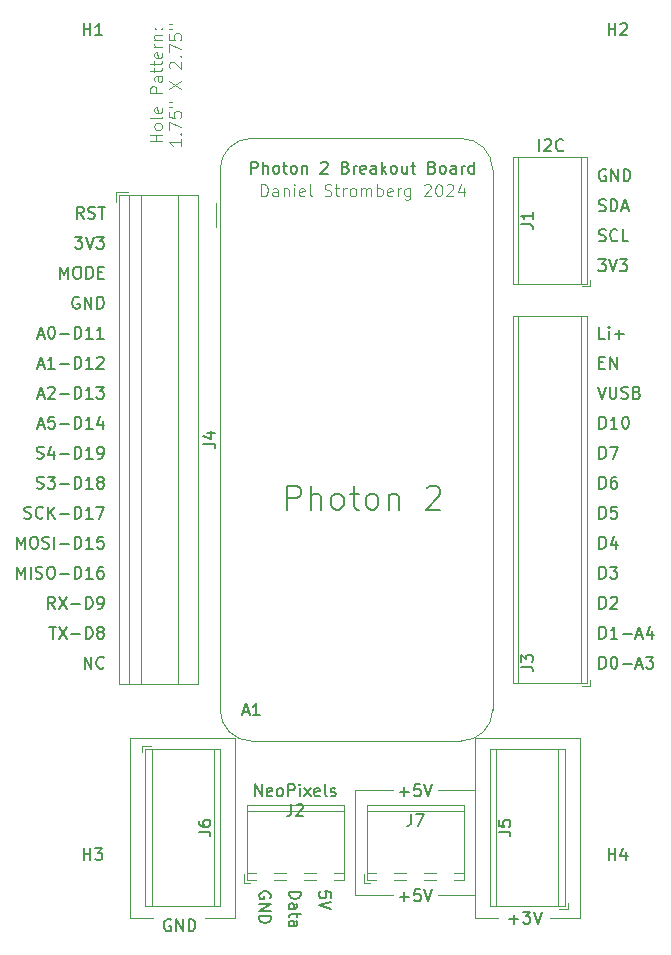
<source format=gbr>
%TF.GenerationSoftware,KiCad,Pcbnew,8.0.2*%
%TF.CreationDate,2024-07-30T13:24:05-06:00*%
%TF.ProjectId,PhotonBreakout,50686f74-6f6e-4427-9265-616b6f75742e,rev?*%
%TF.SameCoordinates,Original*%
%TF.FileFunction,Legend,Top*%
%TF.FilePolarity,Positive*%
%FSLAX46Y46*%
G04 Gerber Fmt 4.6, Leading zero omitted, Abs format (unit mm)*
G04 Created by KiCad (PCBNEW 8.0.2) date 2024-07-30 13:24:05*
%MOMM*%
%LPD*%
G01*
G04 APERTURE LIST*
%ADD10C,0.100000*%
%ADD11C,0.200000*%
%ADD12C,0.150000*%
%ADD13C,0.120000*%
G04 APERTURE END LIST*
D10*
X144780000Y-125730000D02*
X147955000Y-125730000D01*
X137795000Y-125730000D02*
X140970000Y-125730000D01*
D11*
X141589286Y-125851266D02*
X142351191Y-125851266D01*
X141970238Y-126232219D02*
X141970238Y-125470314D01*
X143303571Y-125232219D02*
X142827381Y-125232219D01*
X142827381Y-125232219D02*
X142779762Y-125708409D01*
X142779762Y-125708409D02*
X142827381Y-125660790D01*
X142827381Y-125660790D02*
X142922619Y-125613171D01*
X142922619Y-125613171D02*
X143160714Y-125613171D01*
X143160714Y-125613171D02*
X143255952Y-125660790D01*
X143255952Y-125660790D02*
X143303571Y-125708409D01*
X143303571Y-125708409D02*
X143351190Y-125803647D01*
X143351190Y-125803647D02*
X143351190Y-126041742D01*
X143351190Y-126041742D02*
X143303571Y-126136980D01*
X143303571Y-126136980D02*
X143255952Y-126184600D01*
X143255952Y-126184600D02*
X143160714Y-126232219D01*
X143160714Y-126232219D02*
X142922619Y-126232219D01*
X142922619Y-126232219D02*
X142827381Y-126184600D01*
X142827381Y-126184600D02*
X142779762Y-126136980D01*
X143636905Y-125232219D02*
X143970238Y-126232219D01*
X143970238Y-126232219D02*
X144303571Y-125232219D01*
D10*
X137795000Y-134620000D02*
X137795000Y-125730000D01*
X140970000Y-134620000D02*
X137795000Y-134620000D01*
X144780000Y-134620000D02*
X147955000Y-134620000D01*
D11*
X141589286Y-134741266D02*
X142351191Y-134741266D01*
X141970238Y-135122219D02*
X141970238Y-134360314D01*
X143303571Y-134122219D02*
X142827381Y-134122219D01*
X142827381Y-134122219D02*
X142779762Y-134598409D01*
X142779762Y-134598409D02*
X142827381Y-134550790D01*
X142827381Y-134550790D02*
X142922619Y-134503171D01*
X142922619Y-134503171D02*
X143160714Y-134503171D01*
X143160714Y-134503171D02*
X143255952Y-134550790D01*
X143255952Y-134550790D02*
X143303571Y-134598409D01*
X143303571Y-134598409D02*
X143351190Y-134693647D01*
X143351190Y-134693647D02*
X143351190Y-134931742D01*
X143351190Y-134931742D02*
X143303571Y-135026980D01*
X143303571Y-135026980D02*
X143255952Y-135074600D01*
X143255952Y-135074600D02*
X143160714Y-135122219D01*
X143160714Y-135122219D02*
X142922619Y-135122219D01*
X142922619Y-135122219D02*
X142827381Y-135074600D01*
X142827381Y-135074600D02*
X142779762Y-135026980D01*
X143636905Y-134122219D02*
X143970238Y-135122219D01*
X143970238Y-135122219D02*
X144303571Y-134122219D01*
D10*
X121452475Y-70801905D02*
X120452475Y-70801905D01*
X120928665Y-70801905D02*
X120928665Y-70230477D01*
X121452475Y-70230477D02*
X120452475Y-70230477D01*
X121452475Y-69611429D02*
X121404856Y-69706667D01*
X121404856Y-69706667D02*
X121357236Y-69754286D01*
X121357236Y-69754286D02*
X121261998Y-69801905D01*
X121261998Y-69801905D02*
X120976284Y-69801905D01*
X120976284Y-69801905D02*
X120881046Y-69754286D01*
X120881046Y-69754286D02*
X120833427Y-69706667D01*
X120833427Y-69706667D02*
X120785808Y-69611429D01*
X120785808Y-69611429D02*
X120785808Y-69468572D01*
X120785808Y-69468572D02*
X120833427Y-69373334D01*
X120833427Y-69373334D02*
X120881046Y-69325715D01*
X120881046Y-69325715D02*
X120976284Y-69278096D01*
X120976284Y-69278096D02*
X121261998Y-69278096D01*
X121261998Y-69278096D02*
X121357236Y-69325715D01*
X121357236Y-69325715D02*
X121404856Y-69373334D01*
X121404856Y-69373334D02*
X121452475Y-69468572D01*
X121452475Y-69468572D02*
X121452475Y-69611429D01*
X121452475Y-68706667D02*
X121404856Y-68801905D01*
X121404856Y-68801905D02*
X121309617Y-68849524D01*
X121309617Y-68849524D02*
X120452475Y-68849524D01*
X121404856Y-67944762D02*
X121452475Y-68040000D01*
X121452475Y-68040000D02*
X121452475Y-68230476D01*
X121452475Y-68230476D02*
X121404856Y-68325714D01*
X121404856Y-68325714D02*
X121309617Y-68373333D01*
X121309617Y-68373333D02*
X120928665Y-68373333D01*
X120928665Y-68373333D02*
X120833427Y-68325714D01*
X120833427Y-68325714D02*
X120785808Y-68230476D01*
X120785808Y-68230476D02*
X120785808Y-68040000D01*
X120785808Y-68040000D02*
X120833427Y-67944762D01*
X120833427Y-67944762D02*
X120928665Y-67897143D01*
X120928665Y-67897143D02*
X121023903Y-67897143D01*
X121023903Y-67897143D02*
X121119141Y-68373333D01*
X121452475Y-66706666D02*
X120452475Y-66706666D01*
X120452475Y-66706666D02*
X120452475Y-66325714D01*
X120452475Y-66325714D02*
X120500094Y-66230476D01*
X120500094Y-66230476D02*
X120547713Y-66182857D01*
X120547713Y-66182857D02*
X120642951Y-66135238D01*
X120642951Y-66135238D02*
X120785808Y-66135238D01*
X120785808Y-66135238D02*
X120881046Y-66182857D01*
X120881046Y-66182857D02*
X120928665Y-66230476D01*
X120928665Y-66230476D02*
X120976284Y-66325714D01*
X120976284Y-66325714D02*
X120976284Y-66706666D01*
X121452475Y-65278095D02*
X120928665Y-65278095D01*
X120928665Y-65278095D02*
X120833427Y-65325714D01*
X120833427Y-65325714D02*
X120785808Y-65420952D01*
X120785808Y-65420952D02*
X120785808Y-65611428D01*
X120785808Y-65611428D02*
X120833427Y-65706666D01*
X121404856Y-65278095D02*
X121452475Y-65373333D01*
X121452475Y-65373333D02*
X121452475Y-65611428D01*
X121452475Y-65611428D02*
X121404856Y-65706666D01*
X121404856Y-65706666D02*
X121309617Y-65754285D01*
X121309617Y-65754285D02*
X121214379Y-65754285D01*
X121214379Y-65754285D02*
X121119141Y-65706666D01*
X121119141Y-65706666D02*
X121071522Y-65611428D01*
X121071522Y-65611428D02*
X121071522Y-65373333D01*
X121071522Y-65373333D02*
X121023903Y-65278095D01*
X120785808Y-64944761D02*
X120785808Y-64563809D01*
X120452475Y-64801904D02*
X121309617Y-64801904D01*
X121309617Y-64801904D02*
X121404856Y-64754285D01*
X121404856Y-64754285D02*
X121452475Y-64659047D01*
X121452475Y-64659047D02*
X121452475Y-64563809D01*
X120785808Y-64373332D02*
X120785808Y-63992380D01*
X120452475Y-64230475D02*
X121309617Y-64230475D01*
X121309617Y-64230475D02*
X121404856Y-64182856D01*
X121404856Y-64182856D02*
X121452475Y-64087618D01*
X121452475Y-64087618D02*
X121452475Y-63992380D01*
X121404856Y-63278094D02*
X121452475Y-63373332D01*
X121452475Y-63373332D02*
X121452475Y-63563808D01*
X121452475Y-63563808D02*
X121404856Y-63659046D01*
X121404856Y-63659046D02*
X121309617Y-63706665D01*
X121309617Y-63706665D02*
X120928665Y-63706665D01*
X120928665Y-63706665D02*
X120833427Y-63659046D01*
X120833427Y-63659046D02*
X120785808Y-63563808D01*
X120785808Y-63563808D02*
X120785808Y-63373332D01*
X120785808Y-63373332D02*
X120833427Y-63278094D01*
X120833427Y-63278094D02*
X120928665Y-63230475D01*
X120928665Y-63230475D02*
X121023903Y-63230475D01*
X121023903Y-63230475D02*
X121119141Y-63706665D01*
X121452475Y-62801903D02*
X120785808Y-62801903D01*
X120976284Y-62801903D02*
X120881046Y-62754284D01*
X120881046Y-62754284D02*
X120833427Y-62706665D01*
X120833427Y-62706665D02*
X120785808Y-62611427D01*
X120785808Y-62611427D02*
X120785808Y-62516189D01*
X120785808Y-62182855D02*
X121452475Y-62182855D01*
X120881046Y-62182855D02*
X120833427Y-62135236D01*
X120833427Y-62135236D02*
X120785808Y-62039998D01*
X120785808Y-62039998D02*
X120785808Y-61897141D01*
X120785808Y-61897141D02*
X120833427Y-61801903D01*
X120833427Y-61801903D02*
X120928665Y-61754284D01*
X120928665Y-61754284D02*
X121452475Y-61754284D01*
X121357236Y-61278093D02*
X121404856Y-61230474D01*
X121404856Y-61230474D02*
X121452475Y-61278093D01*
X121452475Y-61278093D02*
X121404856Y-61325712D01*
X121404856Y-61325712D02*
X121357236Y-61278093D01*
X121357236Y-61278093D02*
X121452475Y-61278093D01*
X120833427Y-61278093D02*
X120881046Y-61230474D01*
X120881046Y-61230474D02*
X120928665Y-61278093D01*
X120928665Y-61278093D02*
X120881046Y-61325712D01*
X120881046Y-61325712D02*
X120833427Y-61278093D01*
X120833427Y-61278093D02*
X120928665Y-61278093D01*
X123062419Y-70611428D02*
X123062419Y-71182856D01*
X123062419Y-70897142D02*
X122062419Y-70897142D01*
X122062419Y-70897142D02*
X122205276Y-70992380D01*
X122205276Y-70992380D02*
X122300514Y-71087618D01*
X122300514Y-71087618D02*
X122348133Y-71182856D01*
X122967180Y-70182856D02*
X123014800Y-70135237D01*
X123014800Y-70135237D02*
X123062419Y-70182856D01*
X123062419Y-70182856D02*
X123014800Y-70230475D01*
X123014800Y-70230475D02*
X122967180Y-70182856D01*
X122967180Y-70182856D02*
X123062419Y-70182856D01*
X122062419Y-69801904D02*
X122062419Y-69135238D01*
X122062419Y-69135238D02*
X123062419Y-69563809D01*
X122062419Y-68278095D02*
X122062419Y-68754285D01*
X122062419Y-68754285D02*
X122538609Y-68801904D01*
X122538609Y-68801904D02*
X122490990Y-68754285D01*
X122490990Y-68754285D02*
X122443371Y-68659047D01*
X122443371Y-68659047D02*
X122443371Y-68420952D01*
X122443371Y-68420952D02*
X122490990Y-68325714D01*
X122490990Y-68325714D02*
X122538609Y-68278095D01*
X122538609Y-68278095D02*
X122633847Y-68230476D01*
X122633847Y-68230476D02*
X122871942Y-68230476D01*
X122871942Y-68230476D02*
X122967180Y-68278095D01*
X122967180Y-68278095D02*
X123014800Y-68325714D01*
X123014800Y-68325714D02*
X123062419Y-68420952D01*
X123062419Y-68420952D02*
X123062419Y-68659047D01*
X123062419Y-68659047D02*
X123014800Y-68754285D01*
X123014800Y-68754285D02*
X122967180Y-68801904D01*
X122062419Y-67849523D02*
X122252895Y-67849523D01*
X122062419Y-67468571D02*
X122252895Y-67468571D01*
X122062419Y-66373332D02*
X123062419Y-65706666D01*
X122062419Y-65706666D02*
X123062419Y-66373332D01*
X122157657Y-64611427D02*
X122110038Y-64563808D01*
X122110038Y-64563808D02*
X122062419Y-64468570D01*
X122062419Y-64468570D02*
X122062419Y-64230475D01*
X122062419Y-64230475D02*
X122110038Y-64135237D01*
X122110038Y-64135237D02*
X122157657Y-64087618D01*
X122157657Y-64087618D02*
X122252895Y-64039999D01*
X122252895Y-64039999D02*
X122348133Y-64039999D01*
X122348133Y-64039999D02*
X122490990Y-64087618D01*
X122490990Y-64087618D02*
X123062419Y-64659046D01*
X123062419Y-64659046D02*
X123062419Y-64039999D01*
X122967180Y-63611427D02*
X123014800Y-63563808D01*
X123014800Y-63563808D02*
X123062419Y-63611427D01*
X123062419Y-63611427D02*
X123014800Y-63659046D01*
X123014800Y-63659046D02*
X122967180Y-63611427D01*
X122967180Y-63611427D02*
X123062419Y-63611427D01*
X122062419Y-63230475D02*
X122062419Y-62563809D01*
X122062419Y-62563809D02*
X123062419Y-62992380D01*
X122062419Y-61706666D02*
X122062419Y-62182856D01*
X122062419Y-62182856D02*
X122538609Y-62230475D01*
X122538609Y-62230475D02*
X122490990Y-62182856D01*
X122490990Y-62182856D02*
X122443371Y-62087618D01*
X122443371Y-62087618D02*
X122443371Y-61849523D01*
X122443371Y-61849523D02*
X122490990Y-61754285D01*
X122490990Y-61754285D02*
X122538609Y-61706666D01*
X122538609Y-61706666D02*
X122633847Y-61659047D01*
X122633847Y-61659047D02*
X122871942Y-61659047D01*
X122871942Y-61659047D02*
X122967180Y-61706666D01*
X122967180Y-61706666D02*
X123014800Y-61754285D01*
X123014800Y-61754285D02*
X123062419Y-61849523D01*
X123062419Y-61849523D02*
X123062419Y-62087618D01*
X123062419Y-62087618D02*
X123014800Y-62182856D01*
X123014800Y-62182856D02*
X122967180Y-62230475D01*
X122062419Y-61278094D02*
X122252895Y-61278094D01*
X122062419Y-60897142D02*
X122252895Y-60897142D01*
X127635000Y-136525000D02*
X127635000Y-121285000D01*
X147955000Y-121285000D02*
X147955000Y-136525000D01*
X125095000Y-136525000D02*
X127635000Y-136525000D01*
X154305000Y-136525000D02*
X156845000Y-136525000D01*
X147955000Y-136525000D02*
X149860000Y-136525000D01*
X127635000Y-121285000D02*
X118745000Y-121285000D01*
X156845000Y-136525000D02*
X156845000Y-121285000D01*
X118745000Y-136525000D02*
X120650000Y-136525000D01*
X118745000Y-121285000D02*
X118745000Y-136525000D01*
X156845000Y-121285000D02*
X147955000Y-121285000D01*
D11*
X109803660Y-102689600D02*
X109946517Y-102737219D01*
X109946517Y-102737219D02*
X110184612Y-102737219D01*
X110184612Y-102737219D02*
X110279850Y-102689600D01*
X110279850Y-102689600D02*
X110327469Y-102641980D01*
X110327469Y-102641980D02*
X110375088Y-102546742D01*
X110375088Y-102546742D02*
X110375088Y-102451504D01*
X110375088Y-102451504D02*
X110327469Y-102356266D01*
X110327469Y-102356266D02*
X110279850Y-102308647D01*
X110279850Y-102308647D02*
X110184612Y-102261028D01*
X110184612Y-102261028D02*
X109994136Y-102213409D01*
X109994136Y-102213409D02*
X109898898Y-102165790D01*
X109898898Y-102165790D02*
X109851279Y-102118171D01*
X109851279Y-102118171D02*
X109803660Y-102022933D01*
X109803660Y-102022933D02*
X109803660Y-101927695D01*
X109803660Y-101927695D02*
X109851279Y-101832457D01*
X109851279Y-101832457D02*
X109898898Y-101784838D01*
X109898898Y-101784838D02*
X109994136Y-101737219D01*
X109994136Y-101737219D02*
X110232231Y-101737219D01*
X110232231Y-101737219D02*
X110375088Y-101784838D01*
X111375088Y-102641980D02*
X111327469Y-102689600D01*
X111327469Y-102689600D02*
X111184612Y-102737219D01*
X111184612Y-102737219D02*
X111089374Y-102737219D01*
X111089374Y-102737219D02*
X110946517Y-102689600D01*
X110946517Y-102689600D02*
X110851279Y-102594361D01*
X110851279Y-102594361D02*
X110803660Y-102499123D01*
X110803660Y-102499123D02*
X110756041Y-102308647D01*
X110756041Y-102308647D02*
X110756041Y-102165790D01*
X110756041Y-102165790D02*
X110803660Y-101975314D01*
X110803660Y-101975314D02*
X110851279Y-101880076D01*
X110851279Y-101880076D02*
X110946517Y-101784838D01*
X110946517Y-101784838D02*
X111089374Y-101737219D01*
X111089374Y-101737219D02*
X111184612Y-101737219D01*
X111184612Y-101737219D02*
X111327469Y-101784838D01*
X111327469Y-101784838D02*
X111375088Y-101832457D01*
X111803660Y-102737219D02*
X111803660Y-101737219D01*
X112375088Y-102737219D02*
X111946517Y-102165790D01*
X112375088Y-101737219D02*
X111803660Y-102308647D01*
X112803660Y-102356266D02*
X113565565Y-102356266D01*
X114041755Y-102737219D02*
X114041755Y-101737219D01*
X114041755Y-101737219D02*
X114279850Y-101737219D01*
X114279850Y-101737219D02*
X114422707Y-101784838D01*
X114422707Y-101784838D02*
X114517945Y-101880076D01*
X114517945Y-101880076D02*
X114565564Y-101975314D01*
X114565564Y-101975314D02*
X114613183Y-102165790D01*
X114613183Y-102165790D02*
X114613183Y-102308647D01*
X114613183Y-102308647D02*
X114565564Y-102499123D01*
X114565564Y-102499123D02*
X114517945Y-102594361D01*
X114517945Y-102594361D02*
X114422707Y-102689600D01*
X114422707Y-102689600D02*
X114279850Y-102737219D01*
X114279850Y-102737219D02*
X114041755Y-102737219D01*
X115565564Y-102737219D02*
X114994136Y-102737219D01*
X115279850Y-102737219D02*
X115279850Y-101737219D01*
X115279850Y-101737219D02*
X115184612Y-101880076D01*
X115184612Y-101880076D02*
X115089374Y-101975314D01*
X115089374Y-101975314D02*
X114994136Y-102022933D01*
X115898898Y-101737219D02*
X116565564Y-101737219D01*
X116565564Y-101737219D02*
X116136993Y-102737219D01*
X110851279Y-97609600D02*
X110994136Y-97657219D01*
X110994136Y-97657219D02*
X111232231Y-97657219D01*
X111232231Y-97657219D02*
X111327469Y-97609600D01*
X111327469Y-97609600D02*
X111375088Y-97561980D01*
X111375088Y-97561980D02*
X111422707Y-97466742D01*
X111422707Y-97466742D02*
X111422707Y-97371504D01*
X111422707Y-97371504D02*
X111375088Y-97276266D01*
X111375088Y-97276266D02*
X111327469Y-97228647D01*
X111327469Y-97228647D02*
X111232231Y-97181028D01*
X111232231Y-97181028D02*
X111041755Y-97133409D01*
X111041755Y-97133409D02*
X110946517Y-97085790D01*
X110946517Y-97085790D02*
X110898898Y-97038171D01*
X110898898Y-97038171D02*
X110851279Y-96942933D01*
X110851279Y-96942933D02*
X110851279Y-96847695D01*
X110851279Y-96847695D02*
X110898898Y-96752457D01*
X110898898Y-96752457D02*
X110946517Y-96704838D01*
X110946517Y-96704838D02*
X111041755Y-96657219D01*
X111041755Y-96657219D02*
X111279850Y-96657219D01*
X111279850Y-96657219D02*
X111422707Y-96704838D01*
X112279850Y-96990552D02*
X112279850Y-97657219D01*
X112041755Y-96609600D02*
X111803660Y-97323885D01*
X111803660Y-97323885D02*
X112422707Y-97323885D01*
X112803660Y-97276266D02*
X113565565Y-97276266D01*
X114041755Y-97657219D02*
X114041755Y-96657219D01*
X114041755Y-96657219D02*
X114279850Y-96657219D01*
X114279850Y-96657219D02*
X114422707Y-96704838D01*
X114422707Y-96704838D02*
X114517945Y-96800076D01*
X114517945Y-96800076D02*
X114565564Y-96895314D01*
X114565564Y-96895314D02*
X114613183Y-97085790D01*
X114613183Y-97085790D02*
X114613183Y-97228647D01*
X114613183Y-97228647D02*
X114565564Y-97419123D01*
X114565564Y-97419123D02*
X114517945Y-97514361D01*
X114517945Y-97514361D02*
X114422707Y-97609600D01*
X114422707Y-97609600D02*
X114279850Y-97657219D01*
X114279850Y-97657219D02*
X114041755Y-97657219D01*
X115565564Y-97657219D02*
X114994136Y-97657219D01*
X115279850Y-97657219D02*
X115279850Y-96657219D01*
X115279850Y-96657219D02*
X115184612Y-96800076D01*
X115184612Y-96800076D02*
X115089374Y-96895314D01*
X115089374Y-96895314D02*
X114994136Y-96942933D01*
X116041755Y-97657219D02*
X116232231Y-97657219D01*
X116232231Y-97657219D02*
X116327469Y-97609600D01*
X116327469Y-97609600D02*
X116375088Y-97561980D01*
X116375088Y-97561980D02*
X116470326Y-97419123D01*
X116470326Y-97419123D02*
X116517945Y-97228647D01*
X116517945Y-97228647D02*
X116517945Y-96847695D01*
X116517945Y-96847695D02*
X116470326Y-96752457D01*
X116470326Y-96752457D02*
X116422707Y-96704838D01*
X116422707Y-96704838D02*
X116327469Y-96657219D01*
X116327469Y-96657219D02*
X116136993Y-96657219D01*
X116136993Y-96657219D02*
X116041755Y-96704838D01*
X116041755Y-96704838D02*
X115994136Y-96752457D01*
X115994136Y-96752457D02*
X115946517Y-96847695D01*
X115946517Y-96847695D02*
X115946517Y-97085790D01*
X115946517Y-97085790D02*
X115994136Y-97181028D01*
X115994136Y-97181028D02*
X116041755Y-97228647D01*
X116041755Y-97228647D02*
X116136993Y-97276266D01*
X116136993Y-97276266D02*
X116327469Y-97276266D01*
X116327469Y-97276266D02*
X116422707Y-97228647D01*
X116422707Y-97228647D02*
X116470326Y-97181028D01*
X116470326Y-97181028D02*
X116517945Y-97085790D01*
X132052768Y-101979838D02*
X132052768Y-99979838D01*
X132052768Y-99979838D02*
X132814673Y-99979838D01*
X132814673Y-99979838D02*
X133005149Y-100075076D01*
X133005149Y-100075076D02*
X133100387Y-100170314D01*
X133100387Y-100170314D02*
X133195625Y-100360790D01*
X133195625Y-100360790D02*
X133195625Y-100646504D01*
X133195625Y-100646504D02*
X133100387Y-100836980D01*
X133100387Y-100836980D02*
X133005149Y-100932219D01*
X133005149Y-100932219D02*
X132814673Y-101027457D01*
X132814673Y-101027457D02*
X132052768Y-101027457D01*
X134052768Y-101979838D02*
X134052768Y-99979838D01*
X134909911Y-101979838D02*
X134909911Y-100932219D01*
X134909911Y-100932219D02*
X134814673Y-100741742D01*
X134814673Y-100741742D02*
X134624197Y-100646504D01*
X134624197Y-100646504D02*
X134338482Y-100646504D01*
X134338482Y-100646504D02*
X134148006Y-100741742D01*
X134148006Y-100741742D02*
X134052768Y-100836980D01*
X136148006Y-101979838D02*
X135957530Y-101884600D01*
X135957530Y-101884600D02*
X135862292Y-101789361D01*
X135862292Y-101789361D02*
X135767054Y-101598885D01*
X135767054Y-101598885D02*
X135767054Y-101027457D01*
X135767054Y-101027457D02*
X135862292Y-100836980D01*
X135862292Y-100836980D02*
X135957530Y-100741742D01*
X135957530Y-100741742D02*
X136148006Y-100646504D01*
X136148006Y-100646504D02*
X136433721Y-100646504D01*
X136433721Y-100646504D02*
X136624197Y-100741742D01*
X136624197Y-100741742D02*
X136719435Y-100836980D01*
X136719435Y-100836980D02*
X136814673Y-101027457D01*
X136814673Y-101027457D02*
X136814673Y-101598885D01*
X136814673Y-101598885D02*
X136719435Y-101789361D01*
X136719435Y-101789361D02*
X136624197Y-101884600D01*
X136624197Y-101884600D02*
X136433721Y-101979838D01*
X136433721Y-101979838D02*
X136148006Y-101979838D01*
X137386102Y-100646504D02*
X138148006Y-100646504D01*
X137671816Y-99979838D02*
X137671816Y-101694123D01*
X137671816Y-101694123D02*
X137767054Y-101884600D01*
X137767054Y-101884600D02*
X137957530Y-101979838D01*
X137957530Y-101979838D02*
X138148006Y-101979838D01*
X139100387Y-101979838D02*
X138909911Y-101884600D01*
X138909911Y-101884600D02*
X138814673Y-101789361D01*
X138814673Y-101789361D02*
X138719435Y-101598885D01*
X138719435Y-101598885D02*
X138719435Y-101027457D01*
X138719435Y-101027457D02*
X138814673Y-100836980D01*
X138814673Y-100836980D02*
X138909911Y-100741742D01*
X138909911Y-100741742D02*
X139100387Y-100646504D01*
X139100387Y-100646504D02*
X139386102Y-100646504D01*
X139386102Y-100646504D02*
X139576578Y-100741742D01*
X139576578Y-100741742D02*
X139671816Y-100836980D01*
X139671816Y-100836980D02*
X139767054Y-101027457D01*
X139767054Y-101027457D02*
X139767054Y-101598885D01*
X139767054Y-101598885D02*
X139671816Y-101789361D01*
X139671816Y-101789361D02*
X139576578Y-101884600D01*
X139576578Y-101884600D02*
X139386102Y-101979838D01*
X139386102Y-101979838D02*
X139100387Y-101979838D01*
X140624197Y-100646504D02*
X140624197Y-101979838D01*
X140624197Y-100836980D02*
X140719435Y-100741742D01*
X140719435Y-100741742D02*
X140909911Y-100646504D01*
X140909911Y-100646504D02*
X141195626Y-100646504D01*
X141195626Y-100646504D02*
X141386102Y-100741742D01*
X141386102Y-100741742D02*
X141481340Y-100932219D01*
X141481340Y-100932219D02*
X141481340Y-101979838D01*
X143862293Y-100170314D02*
X143957531Y-100075076D01*
X143957531Y-100075076D02*
X144148007Y-99979838D01*
X144148007Y-99979838D02*
X144624198Y-99979838D01*
X144624198Y-99979838D02*
X144814674Y-100075076D01*
X144814674Y-100075076D02*
X144909912Y-100170314D01*
X144909912Y-100170314D02*
X145005150Y-100360790D01*
X145005150Y-100360790D02*
X145005150Y-100551266D01*
X145005150Y-100551266D02*
X144909912Y-100836980D01*
X144909912Y-100836980D02*
X143767055Y-101979838D01*
X143767055Y-101979838D02*
X145005150Y-101979838D01*
X158341816Y-91577219D02*
X158675149Y-92577219D01*
X158675149Y-92577219D02*
X159008482Y-91577219D01*
X159341816Y-91577219D02*
X159341816Y-92386742D01*
X159341816Y-92386742D02*
X159389435Y-92481980D01*
X159389435Y-92481980D02*
X159437054Y-92529600D01*
X159437054Y-92529600D02*
X159532292Y-92577219D01*
X159532292Y-92577219D02*
X159722768Y-92577219D01*
X159722768Y-92577219D02*
X159818006Y-92529600D01*
X159818006Y-92529600D02*
X159865625Y-92481980D01*
X159865625Y-92481980D02*
X159913244Y-92386742D01*
X159913244Y-92386742D02*
X159913244Y-91577219D01*
X160341816Y-92529600D02*
X160484673Y-92577219D01*
X160484673Y-92577219D02*
X160722768Y-92577219D01*
X160722768Y-92577219D02*
X160818006Y-92529600D01*
X160818006Y-92529600D02*
X160865625Y-92481980D01*
X160865625Y-92481980D02*
X160913244Y-92386742D01*
X160913244Y-92386742D02*
X160913244Y-92291504D01*
X160913244Y-92291504D02*
X160865625Y-92196266D01*
X160865625Y-92196266D02*
X160818006Y-92148647D01*
X160818006Y-92148647D02*
X160722768Y-92101028D01*
X160722768Y-92101028D02*
X160532292Y-92053409D01*
X160532292Y-92053409D02*
X160437054Y-92005790D01*
X160437054Y-92005790D02*
X160389435Y-91958171D01*
X160389435Y-91958171D02*
X160341816Y-91862933D01*
X160341816Y-91862933D02*
X160341816Y-91767695D01*
X160341816Y-91767695D02*
X160389435Y-91672457D01*
X160389435Y-91672457D02*
X160437054Y-91624838D01*
X160437054Y-91624838D02*
X160532292Y-91577219D01*
X160532292Y-91577219D02*
X160770387Y-91577219D01*
X160770387Y-91577219D02*
X160913244Y-91624838D01*
X161675149Y-92053409D02*
X161818006Y-92101028D01*
X161818006Y-92101028D02*
X161865625Y-92148647D01*
X161865625Y-92148647D02*
X161913244Y-92243885D01*
X161913244Y-92243885D02*
X161913244Y-92386742D01*
X161913244Y-92386742D02*
X161865625Y-92481980D01*
X161865625Y-92481980D02*
X161818006Y-92529600D01*
X161818006Y-92529600D02*
X161722768Y-92577219D01*
X161722768Y-92577219D02*
X161341816Y-92577219D01*
X161341816Y-92577219D02*
X161341816Y-91577219D01*
X161341816Y-91577219D02*
X161675149Y-91577219D01*
X161675149Y-91577219D02*
X161770387Y-91624838D01*
X161770387Y-91624838D02*
X161818006Y-91672457D01*
X161818006Y-91672457D02*
X161865625Y-91767695D01*
X161865625Y-91767695D02*
X161865625Y-91862933D01*
X161865625Y-91862933D02*
X161818006Y-91958171D01*
X161818006Y-91958171D02*
X161770387Y-92005790D01*
X161770387Y-92005790D02*
X161675149Y-92053409D01*
X161675149Y-92053409D02*
X161341816Y-92053409D01*
X153404673Y-71622219D02*
X153404673Y-70622219D01*
X153833244Y-70717457D02*
X153880863Y-70669838D01*
X153880863Y-70669838D02*
X153976101Y-70622219D01*
X153976101Y-70622219D02*
X154214196Y-70622219D01*
X154214196Y-70622219D02*
X154309434Y-70669838D01*
X154309434Y-70669838D02*
X154357053Y-70717457D01*
X154357053Y-70717457D02*
X154404672Y-70812695D01*
X154404672Y-70812695D02*
X154404672Y-70907933D01*
X154404672Y-70907933D02*
X154357053Y-71050790D01*
X154357053Y-71050790D02*
X153785625Y-71622219D01*
X153785625Y-71622219D02*
X154404672Y-71622219D01*
X155404672Y-71526980D02*
X155357053Y-71574600D01*
X155357053Y-71574600D02*
X155214196Y-71622219D01*
X155214196Y-71622219D02*
X155118958Y-71622219D01*
X155118958Y-71622219D02*
X154976101Y-71574600D01*
X154976101Y-71574600D02*
X154880863Y-71479361D01*
X154880863Y-71479361D02*
X154833244Y-71384123D01*
X154833244Y-71384123D02*
X154785625Y-71193647D01*
X154785625Y-71193647D02*
X154785625Y-71050790D01*
X154785625Y-71050790D02*
X154833244Y-70860314D01*
X154833244Y-70860314D02*
X154880863Y-70765076D01*
X154880863Y-70765076D02*
X154976101Y-70669838D01*
X154976101Y-70669838D02*
X155118958Y-70622219D01*
X155118958Y-70622219D02*
X155214196Y-70622219D01*
X155214196Y-70622219D02*
X155357053Y-70669838D01*
X155357053Y-70669838D02*
X155404672Y-70717457D01*
X130625161Y-134878482D02*
X130672780Y-134783244D01*
X130672780Y-134783244D02*
X130672780Y-134640387D01*
X130672780Y-134640387D02*
X130625161Y-134497530D01*
X130625161Y-134497530D02*
X130529923Y-134402292D01*
X130529923Y-134402292D02*
X130434685Y-134354673D01*
X130434685Y-134354673D02*
X130244209Y-134307054D01*
X130244209Y-134307054D02*
X130101352Y-134307054D01*
X130101352Y-134307054D02*
X129910876Y-134354673D01*
X129910876Y-134354673D02*
X129815638Y-134402292D01*
X129815638Y-134402292D02*
X129720400Y-134497530D01*
X129720400Y-134497530D02*
X129672780Y-134640387D01*
X129672780Y-134640387D02*
X129672780Y-134735625D01*
X129672780Y-134735625D02*
X129720400Y-134878482D01*
X129720400Y-134878482D02*
X129768019Y-134926101D01*
X129768019Y-134926101D02*
X130101352Y-134926101D01*
X130101352Y-134926101D02*
X130101352Y-134735625D01*
X129672780Y-135354673D02*
X130672780Y-135354673D01*
X130672780Y-135354673D02*
X129672780Y-135926101D01*
X129672780Y-135926101D02*
X130672780Y-135926101D01*
X129672780Y-136402292D02*
X130672780Y-136402292D01*
X130672780Y-136402292D02*
X130672780Y-136640387D01*
X130672780Y-136640387D02*
X130625161Y-136783244D01*
X130625161Y-136783244D02*
X130529923Y-136878482D01*
X130529923Y-136878482D02*
X130434685Y-136926101D01*
X130434685Y-136926101D02*
X130244209Y-136973720D01*
X130244209Y-136973720D02*
X130101352Y-136973720D01*
X130101352Y-136973720D02*
X129910876Y-136926101D01*
X129910876Y-136926101D02*
X129815638Y-136878482D01*
X129815638Y-136878482D02*
X129720400Y-136783244D01*
X129720400Y-136783244D02*
X129672780Y-136640387D01*
X129672780Y-136640387D02*
X129672780Y-136402292D01*
X110946517Y-87211504D02*
X111422707Y-87211504D01*
X110851279Y-87497219D02*
X111184612Y-86497219D01*
X111184612Y-86497219D02*
X111517945Y-87497219D01*
X112041755Y-86497219D02*
X112136993Y-86497219D01*
X112136993Y-86497219D02*
X112232231Y-86544838D01*
X112232231Y-86544838D02*
X112279850Y-86592457D01*
X112279850Y-86592457D02*
X112327469Y-86687695D01*
X112327469Y-86687695D02*
X112375088Y-86878171D01*
X112375088Y-86878171D02*
X112375088Y-87116266D01*
X112375088Y-87116266D02*
X112327469Y-87306742D01*
X112327469Y-87306742D02*
X112279850Y-87401980D01*
X112279850Y-87401980D02*
X112232231Y-87449600D01*
X112232231Y-87449600D02*
X112136993Y-87497219D01*
X112136993Y-87497219D02*
X112041755Y-87497219D01*
X112041755Y-87497219D02*
X111946517Y-87449600D01*
X111946517Y-87449600D02*
X111898898Y-87401980D01*
X111898898Y-87401980D02*
X111851279Y-87306742D01*
X111851279Y-87306742D02*
X111803660Y-87116266D01*
X111803660Y-87116266D02*
X111803660Y-86878171D01*
X111803660Y-86878171D02*
X111851279Y-86687695D01*
X111851279Y-86687695D02*
X111898898Y-86592457D01*
X111898898Y-86592457D02*
X111946517Y-86544838D01*
X111946517Y-86544838D02*
X112041755Y-86497219D01*
X112803660Y-87116266D02*
X113565565Y-87116266D01*
X114041755Y-87497219D02*
X114041755Y-86497219D01*
X114041755Y-86497219D02*
X114279850Y-86497219D01*
X114279850Y-86497219D02*
X114422707Y-86544838D01*
X114422707Y-86544838D02*
X114517945Y-86640076D01*
X114517945Y-86640076D02*
X114565564Y-86735314D01*
X114565564Y-86735314D02*
X114613183Y-86925790D01*
X114613183Y-86925790D02*
X114613183Y-87068647D01*
X114613183Y-87068647D02*
X114565564Y-87259123D01*
X114565564Y-87259123D02*
X114517945Y-87354361D01*
X114517945Y-87354361D02*
X114422707Y-87449600D01*
X114422707Y-87449600D02*
X114279850Y-87497219D01*
X114279850Y-87497219D02*
X114041755Y-87497219D01*
X115565564Y-87497219D02*
X114994136Y-87497219D01*
X115279850Y-87497219D02*
X115279850Y-86497219D01*
X115279850Y-86497219D02*
X115184612Y-86640076D01*
X115184612Y-86640076D02*
X115089374Y-86735314D01*
X115089374Y-86735314D02*
X114994136Y-86782933D01*
X116517945Y-87497219D02*
X115946517Y-87497219D01*
X116232231Y-87497219D02*
X116232231Y-86497219D01*
X116232231Y-86497219D02*
X116136993Y-86640076D01*
X116136993Y-86640076D02*
X116041755Y-86735314D01*
X116041755Y-86735314D02*
X115946517Y-86782933D01*
X158960863Y-87497219D02*
X158484673Y-87497219D01*
X158484673Y-87497219D02*
X158484673Y-86497219D01*
X159294197Y-87497219D02*
X159294197Y-86830552D01*
X159294197Y-86497219D02*
X159246578Y-86544838D01*
X159246578Y-86544838D02*
X159294197Y-86592457D01*
X159294197Y-86592457D02*
X159341816Y-86544838D01*
X159341816Y-86544838D02*
X159294197Y-86497219D01*
X159294197Y-86497219D02*
X159294197Y-86592457D01*
X159770387Y-87116266D02*
X160532292Y-87116266D01*
X160151339Y-87497219D02*
X160151339Y-86735314D01*
X150864673Y-136646266D02*
X151626578Y-136646266D01*
X151245625Y-137027219D02*
X151245625Y-136265314D01*
X152007530Y-136027219D02*
X152626577Y-136027219D01*
X152626577Y-136027219D02*
X152293244Y-136408171D01*
X152293244Y-136408171D02*
X152436101Y-136408171D01*
X152436101Y-136408171D02*
X152531339Y-136455790D01*
X152531339Y-136455790D02*
X152578958Y-136503409D01*
X152578958Y-136503409D02*
X152626577Y-136598647D01*
X152626577Y-136598647D02*
X152626577Y-136836742D01*
X152626577Y-136836742D02*
X152578958Y-136931980D01*
X152578958Y-136931980D02*
X152531339Y-136979600D01*
X152531339Y-136979600D02*
X152436101Y-137027219D01*
X152436101Y-137027219D02*
X152150387Y-137027219D01*
X152150387Y-137027219D02*
X152055149Y-136979600D01*
X152055149Y-136979600D02*
X152007530Y-136931980D01*
X152912292Y-136027219D02*
X153245625Y-137027219D01*
X153245625Y-137027219D02*
X153578958Y-136027219D01*
X159008482Y-73209838D02*
X158913244Y-73162219D01*
X158913244Y-73162219D02*
X158770387Y-73162219D01*
X158770387Y-73162219D02*
X158627530Y-73209838D01*
X158627530Y-73209838D02*
X158532292Y-73305076D01*
X158532292Y-73305076D02*
X158484673Y-73400314D01*
X158484673Y-73400314D02*
X158437054Y-73590790D01*
X158437054Y-73590790D02*
X158437054Y-73733647D01*
X158437054Y-73733647D02*
X158484673Y-73924123D01*
X158484673Y-73924123D02*
X158532292Y-74019361D01*
X158532292Y-74019361D02*
X158627530Y-74114600D01*
X158627530Y-74114600D02*
X158770387Y-74162219D01*
X158770387Y-74162219D02*
X158865625Y-74162219D01*
X158865625Y-74162219D02*
X159008482Y-74114600D01*
X159008482Y-74114600D02*
X159056101Y-74066980D01*
X159056101Y-74066980D02*
X159056101Y-73733647D01*
X159056101Y-73733647D02*
X158865625Y-73733647D01*
X159484673Y-74162219D02*
X159484673Y-73162219D01*
X159484673Y-73162219D02*
X160056101Y-74162219D01*
X160056101Y-74162219D02*
X160056101Y-73162219D01*
X160532292Y-74162219D02*
X160532292Y-73162219D01*
X160532292Y-73162219D02*
X160770387Y-73162219D01*
X160770387Y-73162219D02*
X160913244Y-73209838D01*
X160913244Y-73209838D02*
X161008482Y-73305076D01*
X161008482Y-73305076D02*
X161056101Y-73400314D01*
X161056101Y-73400314D02*
X161103720Y-73590790D01*
X161103720Y-73590790D02*
X161103720Y-73733647D01*
X161103720Y-73733647D02*
X161056101Y-73924123D01*
X161056101Y-73924123D02*
X161008482Y-74019361D01*
X161008482Y-74019361D02*
X160913244Y-74114600D01*
X160913244Y-74114600D02*
X160770387Y-74162219D01*
X160770387Y-74162219D02*
X160532292Y-74162219D01*
X112375088Y-110357219D02*
X112041755Y-109881028D01*
X111803660Y-110357219D02*
X111803660Y-109357219D01*
X111803660Y-109357219D02*
X112184612Y-109357219D01*
X112184612Y-109357219D02*
X112279850Y-109404838D01*
X112279850Y-109404838D02*
X112327469Y-109452457D01*
X112327469Y-109452457D02*
X112375088Y-109547695D01*
X112375088Y-109547695D02*
X112375088Y-109690552D01*
X112375088Y-109690552D02*
X112327469Y-109785790D01*
X112327469Y-109785790D02*
X112279850Y-109833409D01*
X112279850Y-109833409D02*
X112184612Y-109881028D01*
X112184612Y-109881028D02*
X111803660Y-109881028D01*
X112708422Y-109357219D02*
X113375088Y-110357219D01*
X113375088Y-109357219D02*
X112708422Y-110357219D01*
X113756041Y-109976266D02*
X114517946Y-109976266D01*
X114994136Y-110357219D02*
X114994136Y-109357219D01*
X114994136Y-109357219D02*
X115232231Y-109357219D01*
X115232231Y-109357219D02*
X115375088Y-109404838D01*
X115375088Y-109404838D02*
X115470326Y-109500076D01*
X115470326Y-109500076D02*
X115517945Y-109595314D01*
X115517945Y-109595314D02*
X115565564Y-109785790D01*
X115565564Y-109785790D02*
X115565564Y-109928647D01*
X115565564Y-109928647D02*
X115517945Y-110119123D01*
X115517945Y-110119123D02*
X115470326Y-110214361D01*
X115470326Y-110214361D02*
X115375088Y-110309600D01*
X115375088Y-110309600D02*
X115232231Y-110357219D01*
X115232231Y-110357219D02*
X114994136Y-110357219D01*
X116041755Y-110357219D02*
X116232231Y-110357219D01*
X116232231Y-110357219D02*
X116327469Y-110309600D01*
X116327469Y-110309600D02*
X116375088Y-110261980D01*
X116375088Y-110261980D02*
X116470326Y-110119123D01*
X116470326Y-110119123D02*
X116517945Y-109928647D01*
X116517945Y-109928647D02*
X116517945Y-109547695D01*
X116517945Y-109547695D02*
X116470326Y-109452457D01*
X116470326Y-109452457D02*
X116422707Y-109404838D01*
X116422707Y-109404838D02*
X116327469Y-109357219D01*
X116327469Y-109357219D02*
X116136993Y-109357219D01*
X116136993Y-109357219D02*
X116041755Y-109404838D01*
X116041755Y-109404838D02*
X115994136Y-109452457D01*
X115994136Y-109452457D02*
X115946517Y-109547695D01*
X115946517Y-109547695D02*
X115946517Y-109785790D01*
X115946517Y-109785790D02*
X115994136Y-109881028D01*
X115994136Y-109881028D02*
X116041755Y-109928647D01*
X116041755Y-109928647D02*
X116136993Y-109976266D01*
X116136993Y-109976266D02*
X116327469Y-109976266D01*
X116327469Y-109976266D02*
X116422707Y-109928647D01*
X116422707Y-109928647D02*
X116470326Y-109881028D01*
X116470326Y-109881028D02*
X116517945Y-109785790D01*
X129001427Y-73527219D02*
X129001427Y-72527219D01*
X129001427Y-72527219D02*
X129382379Y-72527219D01*
X129382379Y-72527219D02*
X129477617Y-72574838D01*
X129477617Y-72574838D02*
X129525236Y-72622457D01*
X129525236Y-72622457D02*
X129572855Y-72717695D01*
X129572855Y-72717695D02*
X129572855Y-72860552D01*
X129572855Y-72860552D02*
X129525236Y-72955790D01*
X129525236Y-72955790D02*
X129477617Y-73003409D01*
X129477617Y-73003409D02*
X129382379Y-73051028D01*
X129382379Y-73051028D02*
X129001427Y-73051028D01*
X130001427Y-73527219D02*
X130001427Y-72527219D01*
X130429998Y-73527219D02*
X130429998Y-73003409D01*
X130429998Y-73003409D02*
X130382379Y-72908171D01*
X130382379Y-72908171D02*
X130287141Y-72860552D01*
X130287141Y-72860552D02*
X130144284Y-72860552D01*
X130144284Y-72860552D02*
X130049046Y-72908171D01*
X130049046Y-72908171D02*
X130001427Y-72955790D01*
X131049046Y-73527219D02*
X130953808Y-73479600D01*
X130953808Y-73479600D02*
X130906189Y-73431980D01*
X130906189Y-73431980D02*
X130858570Y-73336742D01*
X130858570Y-73336742D02*
X130858570Y-73051028D01*
X130858570Y-73051028D02*
X130906189Y-72955790D01*
X130906189Y-72955790D02*
X130953808Y-72908171D01*
X130953808Y-72908171D02*
X131049046Y-72860552D01*
X131049046Y-72860552D02*
X131191903Y-72860552D01*
X131191903Y-72860552D02*
X131287141Y-72908171D01*
X131287141Y-72908171D02*
X131334760Y-72955790D01*
X131334760Y-72955790D02*
X131382379Y-73051028D01*
X131382379Y-73051028D02*
X131382379Y-73336742D01*
X131382379Y-73336742D02*
X131334760Y-73431980D01*
X131334760Y-73431980D02*
X131287141Y-73479600D01*
X131287141Y-73479600D02*
X131191903Y-73527219D01*
X131191903Y-73527219D02*
X131049046Y-73527219D01*
X131668094Y-72860552D02*
X132049046Y-72860552D01*
X131810951Y-72527219D02*
X131810951Y-73384361D01*
X131810951Y-73384361D02*
X131858570Y-73479600D01*
X131858570Y-73479600D02*
X131953808Y-73527219D01*
X131953808Y-73527219D02*
X132049046Y-73527219D01*
X132525237Y-73527219D02*
X132429999Y-73479600D01*
X132429999Y-73479600D02*
X132382380Y-73431980D01*
X132382380Y-73431980D02*
X132334761Y-73336742D01*
X132334761Y-73336742D02*
X132334761Y-73051028D01*
X132334761Y-73051028D02*
X132382380Y-72955790D01*
X132382380Y-72955790D02*
X132429999Y-72908171D01*
X132429999Y-72908171D02*
X132525237Y-72860552D01*
X132525237Y-72860552D02*
X132668094Y-72860552D01*
X132668094Y-72860552D02*
X132763332Y-72908171D01*
X132763332Y-72908171D02*
X132810951Y-72955790D01*
X132810951Y-72955790D02*
X132858570Y-73051028D01*
X132858570Y-73051028D02*
X132858570Y-73336742D01*
X132858570Y-73336742D02*
X132810951Y-73431980D01*
X132810951Y-73431980D02*
X132763332Y-73479600D01*
X132763332Y-73479600D02*
X132668094Y-73527219D01*
X132668094Y-73527219D02*
X132525237Y-73527219D01*
X133287142Y-72860552D02*
X133287142Y-73527219D01*
X133287142Y-72955790D02*
X133334761Y-72908171D01*
X133334761Y-72908171D02*
X133429999Y-72860552D01*
X133429999Y-72860552D02*
X133572856Y-72860552D01*
X133572856Y-72860552D02*
X133668094Y-72908171D01*
X133668094Y-72908171D02*
X133715713Y-73003409D01*
X133715713Y-73003409D02*
X133715713Y-73527219D01*
X134906190Y-72622457D02*
X134953809Y-72574838D01*
X134953809Y-72574838D02*
X135049047Y-72527219D01*
X135049047Y-72527219D02*
X135287142Y-72527219D01*
X135287142Y-72527219D02*
X135382380Y-72574838D01*
X135382380Y-72574838D02*
X135429999Y-72622457D01*
X135429999Y-72622457D02*
X135477618Y-72717695D01*
X135477618Y-72717695D02*
X135477618Y-72812933D01*
X135477618Y-72812933D02*
X135429999Y-72955790D01*
X135429999Y-72955790D02*
X134858571Y-73527219D01*
X134858571Y-73527219D02*
X135477618Y-73527219D01*
X137001428Y-73003409D02*
X137144285Y-73051028D01*
X137144285Y-73051028D02*
X137191904Y-73098647D01*
X137191904Y-73098647D02*
X137239523Y-73193885D01*
X137239523Y-73193885D02*
X137239523Y-73336742D01*
X137239523Y-73336742D02*
X137191904Y-73431980D01*
X137191904Y-73431980D02*
X137144285Y-73479600D01*
X137144285Y-73479600D02*
X137049047Y-73527219D01*
X137049047Y-73527219D02*
X136668095Y-73527219D01*
X136668095Y-73527219D02*
X136668095Y-72527219D01*
X136668095Y-72527219D02*
X137001428Y-72527219D01*
X137001428Y-72527219D02*
X137096666Y-72574838D01*
X137096666Y-72574838D02*
X137144285Y-72622457D01*
X137144285Y-72622457D02*
X137191904Y-72717695D01*
X137191904Y-72717695D02*
X137191904Y-72812933D01*
X137191904Y-72812933D02*
X137144285Y-72908171D01*
X137144285Y-72908171D02*
X137096666Y-72955790D01*
X137096666Y-72955790D02*
X137001428Y-73003409D01*
X137001428Y-73003409D02*
X136668095Y-73003409D01*
X137668095Y-73527219D02*
X137668095Y-72860552D01*
X137668095Y-73051028D02*
X137715714Y-72955790D01*
X137715714Y-72955790D02*
X137763333Y-72908171D01*
X137763333Y-72908171D02*
X137858571Y-72860552D01*
X137858571Y-72860552D02*
X137953809Y-72860552D01*
X138668095Y-73479600D02*
X138572857Y-73527219D01*
X138572857Y-73527219D02*
X138382381Y-73527219D01*
X138382381Y-73527219D02*
X138287143Y-73479600D01*
X138287143Y-73479600D02*
X138239524Y-73384361D01*
X138239524Y-73384361D02*
X138239524Y-73003409D01*
X138239524Y-73003409D02*
X138287143Y-72908171D01*
X138287143Y-72908171D02*
X138382381Y-72860552D01*
X138382381Y-72860552D02*
X138572857Y-72860552D01*
X138572857Y-72860552D02*
X138668095Y-72908171D01*
X138668095Y-72908171D02*
X138715714Y-73003409D01*
X138715714Y-73003409D02*
X138715714Y-73098647D01*
X138715714Y-73098647D02*
X138239524Y-73193885D01*
X139572857Y-73527219D02*
X139572857Y-73003409D01*
X139572857Y-73003409D02*
X139525238Y-72908171D01*
X139525238Y-72908171D02*
X139430000Y-72860552D01*
X139430000Y-72860552D02*
X139239524Y-72860552D01*
X139239524Y-72860552D02*
X139144286Y-72908171D01*
X139572857Y-73479600D02*
X139477619Y-73527219D01*
X139477619Y-73527219D02*
X139239524Y-73527219D01*
X139239524Y-73527219D02*
X139144286Y-73479600D01*
X139144286Y-73479600D02*
X139096667Y-73384361D01*
X139096667Y-73384361D02*
X139096667Y-73289123D01*
X139096667Y-73289123D02*
X139144286Y-73193885D01*
X139144286Y-73193885D02*
X139239524Y-73146266D01*
X139239524Y-73146266D02*
X139477619Y-73146266D01*
X139477619Y-73146266D02*
X139572857Y-73098647D01*
X140049048Y-73527219D02*
X140049048Y-72527219D01*
X140144286Y-73146266D02*
X140430000Y-73527219D01*
X140430000Y-72860552D02*
X140049048Y-73241504D01*
X141001429Y-73527219D02*
X140906191Y-73479600D01*
X140906191Y-73479600D02*
X140858572Y-73431980D01*
X140858572Y-73431980D02*
X140810953Y-73336742D01*
X140810953Y-73336742D02*
X140810953Y-73051028D01*
X140810953Y-73051028D02*
X140858572Y-72955790D01*
X140858572Y-72955790D02*
X140906191Y-72908171D01*
X140906191Y-72908171D02*
X141001429Y-72860552D01*
X141001429Y-72860552D02*
X141144286Y-72860552D01*
X141144286Y-72860552D02*
X141239524Y-72908171D01*
X141239524Y-72908171D02*
X141287143Y-72955790D01*
X141287143Y-72955790D02*
X141334762Y-73051028D01*
X141334762Y-73051028D02*
X141334762Y-73336742D01*
X141334762Y-73336742D02*
X141287143Y-73431980D01*
X141287143Y-73431980D02*
X141239524Y-73479600D01*
X141239524Y-73479600D02*
X141144286Y-73527219D01*
X141144286Y-73527219D02*
X141001429Y-73527219D01*
X142191905Y-72860552D02*
X142191905Y-73527219D01*
X141763334Y-72860552D02*
X141763334Y-73384361D01*
X141763334Y-73384361D02*
X141810953Y-73479600D01*
X141810953Y-73479600D02*
X141906191Y-73527219D01*
X141906191Y-73527219D02*
X142049048Y-73527219D01*
X142049048Y-73527219D02*
X142144286Y-73479600D01*
X142144286Y-73479600D02*
X142191905Y-73431980D01*
X142525239Y-72860552D02*
X142906191Y-72860552D01*
X142668096Y-72527219D02*
X142668096Y-73384361D01*
X142668096Y-73384361D02*
X142715715Y-73479600D01*
X142715715Y-73479600D02*
X142810953Y-73527219D01*
X142810953Y-73527219D02*
X142906191Y-73527219D01*
X144334763Y-73003409D02*
X144477620Y-73051028D01*
X144477620Y-73051028D02*
X144525239Y-73098647D01*
X144525239Y-73098647D02*
X144572858Y-73193885D01*
X144572858Y-73193885D02*
X144572858Y-73336742D01*
X144572858Y-73336742D02*
X144525239Y-73431980D01*
X144525239Y-73431980D02*
X144477620Y-73479600D01*
X144477620Y-73479600D02*
X144382382Y-73527219D01*
X144382382Y-73527219D02*
X144001430Y-73527219D01*
X144001430Y-73527219D02*
X144001430Y-72527219D01*
X144001430Y-72527219D02*
X144334763Y-72527219D01*
X144334763Y-72527219D02*
X144430001Y-72574838D01*
X144430001Y-72574838D02*
X144477620Y-72622457D01*
X144477620Y-72622457D02*
X144525239Y-72717695D01*
X144525239Y-72717695D02*
X144525239Y-72812933D01*
X144525239Y-72812933D02*
X144477620Y-72908171D01*
X144477620Y-72908171D02*
X144430001Y-72955790D01*
X144430001Y-72955790D02*
X144334763Y-73003409D01*
X144334763Y-73003409D02*
X144001430Y-73003409D01*
X145144287Y-73527219D02*
X145049049Y-73479600D01*
X145049049Y-73479600D02*
X145001430Y-73431980D01*
X145001430Y-73431980D02*
X144953811Y-73336742D01*
X144953811Y-73336742D02*
X144953811Y-73051028D01*
X144953811Y-73051028D02*
X145001430Y-72955790D01*
X145001430Y-72955790D02*
X145049049Y-72908171D01*
X145049049Y-72908171D02*
X145144287Y-72860552D01*
X145144287Y-72860552D02*
X145287144Y-72860552D01*
X145287144Y-72860552D02*
X145382382Y-72908171D01*
X145382382Y-72908171D02*
X145430001Y-72955790D01*
X145430001Y-72955790D02*
X145477620Y-73051028D01*
X145477620Y-73051028D02*
X145477620Y-73336742D01*
X145477620Y-73336742D02*
X145430001Y-73431980D01*
X145430001Y-73431980D02*
X145382382Y-73479600D01*
X145382382Y-73479600D02*
X145287144Y-73527219D01*
X145287144Y-73527219D02*
X145144287Y-73527219D01*
X146334763Y-73527219D02*
X146334763Y-73003409D01*
X146334763Y-73003409D02*
X146287144Y-72908171D01*
X146287144Y-72908171D02*
X146191906Y-72860552D01*
X146191906Y-72860552D02*
X146001430Y-72860552D01*
X146001430Y-72860552D02*
X145906192Y-72908171D01*
X146334763Y-73479600D02*
X146239525Y-73527219D01*
X146239525Y-73527219D02*
X146001430Y-73527219D01*
X146001430Y-73527219D02*
X145906192Y-73479600D01*
X145906192Y-73479600D02*
X145858573Y-73384361D01*
X145858573Y-73384361D02*
X145858573Y-73289123D01*
X145858573Y-73289123D02*
X145906192Y-73193885D01*
X145906192Y-73193885D02*
X146001430Y-73146266D01*
X146001430Y-73146266D02*
X146239525Y-73146266D01*
X146239525Y-73146266D02*
X146334763Y-73098647D01*
X146810954Y-73527219D02*
X146810954Y-72860552D01*
X146810954Y-73051028D02*
X146858573Y-72955790D01*
X146858573Y-72955790D02*
X146906192Y-72908171D01*
X146906192Y-72908171D02*
X147001430Y-72860552D01*
X147001430Y-72860552D02*
X147096668Y-72860552D01*
X147858573Y-73527219D02*
X147858573Y-72527219D01*
X147858573Y-73479600D02*
X147763335Y-73527219D01*
X147763335Y-73527219D02*
X147572859Y-73527219D01*
X147572859Y-73527219D02*
X147477621Y-73479600D01*
X147477621Y-73479600D02*
X147430002Y-73431980D01*
X147430002Y-73431980D02*
X147382383Y-73336742D01*
X147382383Y-73336742D02*
X147382383Y-73051028D01*
X147382383Y-73051028D02*
X147430002Y-72955790D01*
X147430002Y-72955790D02*
X147477621Y-72908171D01*
X147477621Y-72908171D02*
X147572859Y-72860552D01*
X147572859Y-72860552D02*
X147763335Y-72860552D01*
X147763335Y-72860552D02*
X147858573Y-72908171D01*
X110946517Y-94831504D02*
X111422707Y-94831504D01*
X110851279Y-95117219D02*
X111184612Y-94117219D01*
X111184612Y-94117219D02*
X111517945Y-95117219D01*
X112327469Y-94117219D02*
X111851279Y-94117219D01*
X111851279Y-94117219D02*
X111803660Y-94593409D01*
X111803660Y-94593409D02*
X111851279Y-94545790D01*
X111851279Y-94545790D02*
X111946517Y-94498171D01*
X111946517Y-94498171D02*
X112184612Y-94498171D01*
X112184612Y-94498171D02*
X112279850Y-94545790D01*
X112279850Y-94545790D02*
X112327469Y-94593409D01*
X112327469Y-94593409D02*
X112375088Y-94688647D01*
X112375088Y-94688647D02*
X112375088Y-94926742D01*
X112375088Y-94926742D02*
X112327469Y-95021980D01*
X112327469Y-95021980D02*
X112279850Y-95069600D01*
X112279850Y-95069600D02*
X112184612Y-95117219D01*
X112184612Y-95117219D02*
X111946517Y-95117219D01*
X111946517Y-95117219D02*
X111851279Y-95069600D01*
X111851279Y-95069600D02*
X111803660Y-95021980D01*
X112803660Y-94736266D02*
X113565565Y-94736266D01*
X114041755Y-95117219D02*
X114041755Y-94117219D01*
X114041755Y-94117219D02*
X114279850Y-94117219D01*
X114279850Y-94117219D02*
X114422707Y-94164838D01*
X114422707Y-94164838D02*
X114517945Y-94260076D01*
X114517945Y-94260076D02*
X114565564Y-94355314D01*
X114565564Y-94355314D02*
X114613183Y-94545790D01*
X114613183Y-94545790D02*
X114613183Y-94688647D01*
X114613183Y-94688647D02*
X114565564Y-94879123D01*
X114565564Y-94879123D02*
X114517945Y-94974361D01*
X114517945Y-94974361D02*
X114422707Y-95069600D01*
X114422707Y-95069600D02*
X114279850Y-95117219D01*
X114279850Y-95117219D02*
X114041755Y-95117219D01*
X115565564Y-95117219D02*
X114994136Y-95117219D01*
X115279850Y-95117219D02*
X115279850Y-94117219D01*
X115279850Y-94117219D02*
X115184612Y-94260076D01*
X115184612Y-94260076D02*
X115089374Y-94355314D01*
X115089374Y-94355314D02*
X114994136Y-94402933D01*
X116422707Y-94450552D02*
X116422707Y-95117219D01*
X116184612Y-94069600D02*
X115946517Y-94783885D01*
X115946517Y-94783885D02*
X116565564Y-94783885D01*
X114422707Y-84004838D02*
X114327469Y-83957219D01*
X114327469Y-83957219D02*
X114184612Y-83957219D01*
X114184612Y-83957219D02*
X114041755Y-84004838D01*
X114041755Y-84004838D02*
X113946517Y-84100076D01*
X113946517Y-84100076D02*
X113898898Y-84195314D01*
X113898898Y-84195314D02*
X113851279Y-84385790D01*
X113851279Y-84385790D02*
X113851279Y-84528647D01*
X113851279Y-84528647D02*
X113898898Y-84719123D01*
X113898898Y-84719123D02*
X113946517Y-84814361D01*
X113946517Y-84814361D02*
X114041755Y-84909600D01*
X114041755Y-84909600D02*
X114184612Y-84957219D01*
X114184612Y-84957219D02*
X114279850Y-84957219D01*
X114279850Y-84957219D02*
X114422707Y-84909600D01*
X114422707Y-84909600D02*
X114470326Y-84861980D01*
X114470326Y-84861980D02*
X114470326Y-84528647D01*
X114470326Y-84528647D02*
X114279850Y-84528647D01*
X114898898Y-84957219D02*
X114898898Y-83957219D01*
X114898898Y-83957219D02*
X115470326Y-84957219D01*
X115470326Y-84957219D02*
X115470326Y-83957219D01*
X115946517Y-84957219D02*
X115946517Y-83957219D01*
X115946517Y-83957219D02*
X116184612Y-83957219D01*
X116184612Y-83957219D02*
X116327469Y-84004838D01*
X116327469Y-84004838D02*
X116422707Y-84100076D01*
X116422707Y-84100076D02*
X116470326Y-84195314D01*
X116470326Y-84195314D02*
X116517945Y-84385790D01*
X116517945Y-84385790D02*
X116517945Y-84528647D01*
X116517945Y-84528647D02*
X116470326Y-84719123D01*
X116470326Y-84719123D02*
X116422707Y-84814361D01*
X116422707Y-84814361D02*
X116327469Y-84909600D01*
X116327469Y-84909600D02*
X116184612Y-84957219D01*
X116184612Y-84957219D02*
X115946517Y-84957219D01*
X109184613Y-105277219D02*
X109184613Y-104277219D01*
X109184613Y-104277219D02*
X109517946Y-104991504D01*
X109517946Y-104991504D02*
X109851279Y-104277219D01*
X109851279Y-104277219D02*
X109851279Y-105277219D01*
X110517946Y-104277219D02*
X110708422Y-104277219D01*
X110708422Y-104277219D02*
X110803660Y-104324838D01*
X110803660Y-104324838D02*
X110898898Y-104420076D01*
X110898898Y-104420076D02*
X110946517Y-104610552D01*
X110946517Y-104610552D02*
X110946517Y-104943885D01*
X110946517Y-104943885D02*
X110898898Y-105134361D01*
X110898898Y-105134361D02*
X110803660Y-105229600D01*
X110803660Y-105229600D02*
X110708422Y-105277219D01*
X110708422Y-105277219D02*
X110517946Y-105277219D01*
X110517946Y-105277219D02*
X110422708Y-105229600D01*
X110422708Y-105229600D02*
X110327470Y-105134361D01*
X110327470Y-105134361D02*
X110279851Y-104943885D01*
X110279851Y-104943885D02*
X110279851Y-104610552D01*
X110279851Y-104610552D02*
X110327470Y-104420076D01*
X110327470Y-104420076D02*
X110422708Y-104324838D01*
X110422708Y-104324838D02*
X110517946Y-104277219D01*
X111327470Y-105229600D02*
X111470327Y-105277219D01*
X111470327Y-105277219D02*
X111708422Y-105277219D01*
X111708422Y-105277219D02*
X111803660Y-105229600D01*
X111803660Y-105229600D02*
X111851279Y-105181980D01*
X111851279Y-105181980D02*
X111898898Y-105086742D01*
X111898898Y-105086742D02*
X111898898Y-104991504D01*
X111898898Y-104991504D02*
X111851279Y-104896266D01*
X111851279Y-104896266D02*
X111803660Y-104848647D01*
X111803660Y-104848647D02*
X111708422Y-104801028D01*
X111708422Y-104801028D02*
X111517946Y-104753409D01*
X111517946Y-104753409D02*
X111422708Y-104705790D01*
X111422708Y-104705790D02*
X111375089Y-104658171D01*
X111375089Y-104658171D02*
X111327470Y-104562933D01*
X111327470Y-104562933D02*
X111327470Y-104467695D01*
X111327470Y-104467695D02*
X111375089Y-104372457D01*
X111375089Y-104372457D02*
X111422708Y-104324838D01*
X111422708Y-104324838D02*
X111517946Y-104277219D01*
X111517946Y-104277219D02*
X111756041Y-104277219D01*
X111756041Y-104277219D02*
X111898898Y-104324838D01*
X112327470Y-105277219D02*
X112327470Y-104277219D01*
X112803660Y-104896266D02*
X113565565Y-104896266D01*
X114041755Y-105277219D02*
X114041755Y-104277219D01*
X114041755Y-104277219D02*
X114279850Y-104277219D01*
X114279850Y-104277219D02*
X114422707Y-104324838D01*
X114422707Y-104324838D02*
X114517945Y-104420076D01*
X114517945Y-104420076D02*
X114565564Y-104515314D01*
X114565564Y-104515314D02*
X114613183Y-104705790D01*
X114613183Y-104705790D02*
X114613183Y-104848647D01*
X114613183Y-104848647D02*
X114565564Y-105039123D01*
X114565564Y-105039123D02*
X114517945Y-105134361D01*
X114517945Y-105134361D02*
X114422707Y-105229600D01*
X114422707Y-105229600D02*
X114279850Y-105277219D01*
X114279850Y-105277219D02*
X114041755Y-105277219D01*
X115565564Y-105277219D02*
X114994136Y-105277219D01*
X115279850Y-105277219D02*
X115279850Y-104277219D01*
X115279850Y-104277219D02*
X115184612Y-104420076D01*
X115184612Y-104420076D02*
X115089374Y-104515314D01*
X115089374Y-104515314D02*
X114994136Y-104562933D01*
X116470326Y-104277219D02*
X115994136Y-104277219D01*
X115994136Y-104277219D02*
X115946517Y-104753409D01*
X115946517Y-104753409D02*
X115994136Y-104705790D01*
X115994136Y-104705790D02*
X116089374Y-104658171D01*
X116089374Y-104658171D02*
X116327469Y-104658171D01*
X116327469Y-104658171D02*
X116422707Y-104705790D01*
X116422707Y-104705790D02*
X116470326Y-104753409D01*
X116470326Y-104753409D02*
X116517945Y-104848647D01*
X116517945Y-104848647D02*
X116517945Y-105086742D01*
X116517945Y-105086742D02*
X116470326Y-105181980D01*
X116470326Y-105181980D02*
X116422707Y-105229600D01*
X116422707Y-105229600D02*
X116327469Y-105277219D01*
X116327469Y-105277219D02*
X116089374Y-105277219D01*
X116089374Y-105277219D02*
X115994136Y-105229600D01*
X115994136Y-105229600D02*
X115946517Y-105181980D01*
X109184613Y-107817219D02*
X109184613Y-106817219D01*
X109184613Y-106817219D02*
X109517946Y-107531504D01*
X109517946Y-107531504D02*
X109851279Y-106817219D01*
X109851279Y-106817219D02*
X109851279Y-107817219D01*
X110327470Y-107817219D02*
X110327470Y-106817219D01*
X110756041Y-107769600D02*
X110898898Y-107817219D01*
X110898898Y-107817219D02*
X111136993Y-107817219D01*
X111136993Y-107817219D02*
X111232231Y-107769600D01*
X111232231Y-107769600D02*
X111279850Y-107721980D01*
X111279850Y-107721980D02*
X111327469Y-107626742D01*
X111327469Y-107626742D02*
X111327469Y-107531504D01*
X111327469Y-107531504D02*
X111279850Y-107436266D01*
X111279850Y-107436266D02*
X111232231Y-107388647D01*
X111232231Y-107388647D02*
X111136993Y-107341028D01*
X111136993Y-107341028D02*
X110946517Y-107293409D01*
X110946517Y-107293409D02*
X110851279Y-107245790D01*
X110851279Y-107245790D02*
X110803660Y-107198171D01*
X110803660Y-107198171D02*
X110756041Y-107102933D01*
X110756041Y-107102933D02*
X110756041Y-107007695D01*
X110756041Y-107007695D02*
X110803660Y-106912457D01*
X110803660Y-106912457D02*
X110851279Y-106864838D01*
X110851279Y-106864838D02*
X110946517Y-106817219D01*
X110946517Y-106817219D02*
X111184612Y-106817219D01*
X111184612Y-106817219D02*
X111327469Y-106864838D01*
X111946517Y-106817219D02*
X112136993Y-106817219D01*
X112136993Y-106817219D02*
X112232231Y-106864838D01*
X112232231Y-106864838D02*
X112327469Y-106960076D01*
X112327469Y-106960076D02*
X112375088Y-107150552D01*
X112375088Y-107150552D02*
X112375088Y-107483885D01*
X112375088Y-107483885D02*
X112327469Y-107674361D01*
X112327469Y-107674361D02*
X112232231Y-107769600D01*
X112232231Y-107769600D02*
X112136993Y-107817219D01*
X112136993Y-107817219D02*
X111946517Y-107817219D01*
X111946517Y-107817219D02*
X111851279Y-107769600D01*
X111851279Y-107769600D02*
X111756041Y-107674361D01*
X111756041Y-107674361D02*
X111708422Y-107483885D01*
X111708422Y-107483885D02*
X111708422Y-107150552D01*
X111708422Y-107150552D02*
X111756041Y-106960076D01*
X111756041Y-106960076D02*
X111851279Y-106864838D01*
X111851279Y-106864838D02*
X111946517Y-106817219D01*
X112803660Y-107436266D02*
X113565565Y-107436266D01*
X114041755Y-107817219D02*
X114041755Y-106817219D01*
X114041755Y-106817219D02*
X114279850Y-106817219D01*
X114279850Y-106817219D02*
X114422707Y-106864838D01*
X114422707Y-106864838D02*
X114517945Y-106960076D01*
X114517945Y-106960076D02*
X114565564Y-107055314D01*
X114565564Y-107055314D02*
X114613183Y-107245790D01*
X114613183Y-107245790D02*
X114613183Y-107388647D01*
X114613183Y-107388647D02*
X114565564Y-107579123D01*
X114565564Y-107579123D02*
X114517945Y-107674361D01*
X114517945Y-107674361D02*
X114422707Y-107769600D01*
X114422707Y-107769600D02*
X114279850Y-107817219D01*
X114279850Y-107817219D02*
X114041755Y-107817219D01*
X115565564Y-107817219D02*
X114994136Y-107817219D01*
X115279850Y-107817219D02*
X115279850Y-106817219D01*
X115279850Y-106817219D02*
X115184612Y-106960076D01*
X115184612Y-106960076D02*
X115089374Y-107055314D01*
X115089374Y-107055314D02*
X114994136Y-107102933D01*
X116422707Y-106817219D02*
X116232231Y-106817219D01*
X116232231Y-106817219D02*
X116136993Y-106864838D01*
X116136993Y-106864838D02*
X116089374Y-106912457D01*
X116089374Y-106912457D02*
X115994136Y-107055314D01*
X115994136Y-107055314D02*
X115946517Y-107245790D01*
X115946517Y-107245790D02*
X115946517Y-107626742D01*
X115946517Y-107626742D02*
X115994136Y-107721980D01*
X115994136Y-107721980D02*
X116041755Y-107769600D01*
X116041755Y-107769600D02*
X116136993Y-107817219D01*
X116136993Y-107817219D02*
X116327469Y-107817219D01*
X116327469Y-107817219D02*
X116422707Y-107769600D01*
X116422707Y-107769600D02*
X116470326Y-107721980D01*
X116470326Y-107721980D02*
X116517945Y-107626742D01*
X116517945Y-107626742D02*
X116517945Y-107388647D01*
X116517945Y-107388647D02*
X116470326Y-107293409D01*
X116470326Y-107293409D02*
X116422707Y-107245790D01*
X116422707Y-107245790D02*
X116327469Y-107198171D01*
X116327469Y-107198171D02*
X116136993Y-107198171D01*
X116136993Y-107198171D02*
X116041755Y-107245790D01*
X116041755Y-107245790D02*
X115994136Y-107293409D01*
X115994136Y-107293409D02*
X115946517Y-107388647D01*
X158484673Y-95117219D02*
X158484673Y-94117219D01*
X158484673Y-94117219D02*
X158722768Y-94117219D01*
X158722768Y-94117219D02*
X158865625Y-94164838D01*
X158865625Y-94164838D02*
X158960863Y-94260076D01*
X158960863Y-94260076D02*
X159008482Y-94355314D01*
X159008482Y-94355314D02*
X159056101Y-94545790D01*
X159056101Y-94545790D02*
X159056101Y-94688647D01*
X159056101Y-94688647D02*
X159008482Y-94879123D01*
X159008482Y-94879123D02*
X158960863Y-94974361D01*
X158960863Y-94974361D02*
X158865625Y-95069600D01*
X158865625Y-95069600D02*
X158722768Y-95117219D01*
X158722768Y-95117219D02*
X158484673Y-95117219D01*
X160008482Y-95117219D02*
X159437054Y-95117219D01*
X159722768Y-95117219D02*
X159722768Y-94117219D01*
X159722768Y-94117219D02*
X159627530Y-94260076D01*
X159627530Y-94260076D02*
X159532292Y-94355314D01*
X159532292Y-94355314D02*
X159437054Y-94402933D01*
X160627530Y-94117219D02*
X160722768Y-94117219D01*
X160722768Y-94117219D02*
X160818006Y-94164838D01*
X160818006Y-94164838D02*
X160865625Y-94212457D01*
X160865625Y-94212457D02*
X160913244Y-94307695D01*
X160913244Y-94307695D02*
X160960863Y-94498171D01*
X160960863Y-94498171D02*
X160960863Y-94736266D01*
X160960863Y-94736266D02*
X160913244Y-94926742D01*
X160913244Y-94926742D02*
X160865625Y-95021980D01*
X160865625Y-95021980D02*
X160818006Y-95069600D01*
X160818006Y-95069600D02*
X160722768Y-95117219D01*
X160722768Y-95117219D02*
X160627530Y-95117219D01*
X160627530Y-95117219D02*
X160532292Y-95069600D01*
X160532292Y-95069600D02*
X160484673Y-95021980D01*
X160484673Y-95021980D02*
X160437054Y-94926742D01*
X160437054Y-94926742D02*
X160389435Y-94736266D01*
X160389435Y-94736266D02*
X160389435Y-94498171D01*
X160389435Y-94498171D02*
X160437054Y-94307695D01*
X160437054Y-94307695D02*
X160484673Y-94212457D01*
X160484673Y-94212457D02*
X160532292Y-94164838D01*
X160532292Y-94164838D02*
X160627530Y-94117219D01*
X158484673Y-89513409D02*
X158818006Y-89513409D01*
X158960863Y-90037219D02*
X158484673Y-90037219D01*
X158484673Y-90037219D02*
X158484673Y-89037219D01*
X158484673Y-89037219D02*
X158960863Y-89037219D01*
X159389435Y-90037219D02*
X159389435Y-89037219D01*
X159389435Y-89037219D02*
X159960863Y-90037219D01*
X159960863Y-90037219D02*
X159960863Y-89037219D01*
X158484673Y-100197219D02*
X158484673Y-99197219D01*
X158484673Y-99197219D02*
X158722768Y-99197219D01*
X158722768Y-99197219D02*
X158865625Y-99244838D01*
X158865625Y-99244838D02*
X158960863Y-99340076D01*
X158960863Y-99340076D02*
X159008482Y-99435314D01*
X159008482Y-99435314D02*
X159056101Y-99625790D01*
X159056101Y-99625790D02*
X159056101Y-99768647D01*
X159056101Y-99768647D02*
X159008482Y-99959123D01*
X159008482Y-99959123D02*
X158960863Y-100054361D01*
X158960863Y-100054361D02*
X158865625Y-100149600D01*
X158865625Y-100149600D02*
X158722768Y-100197219D01*
X158722768Y-100197219D02*
X158484673Y-100197219D01*
X159913244Y-99197219D02*
X159722768Y-99197219D01*
X159722768Y-99197219D02*
X159627530Y-99244838D01*
X159627530Y-99244838D02*
X159579911Y-99292457D01*
X159579911Y-99292457D02*
X159484673Y-99435314D01*
X159484673Y-99435314D02*
X159437054Y-99625790D01*
X159437054Y-99625790D02*
X159437054Y-100006742D01*
X159437054Y-100006742D02*
X159484673Y-100101980D01*
X159484673Y-100101980D02*
X159532292Y-100149600D01*
X159532292Y-100149600D02*
X159627530Y-100197219D01*
X159627530Y-100197219D02*
X159818006Y-100197219D01*
X159818006Y-100197219D02*
X159913244Y-100149600D01*
X159913244Y-100149600D02*
X159960863Y-100101980D01*
X159960863Y-100101980D02*
X160008482Y-100006742D01*
X160008482Y-100006742D02*
X160008482Y-99768647D01*
X160008482Y-99768647D02*
X159960863Y-99673409D01*
X159960863Y-99673409D02*
X159913244Y-99625790D01*
X159913244Y-99625790D02*
X159818006Y-99578171D01*
X159818006Y-99578171D02*
X159627530Y-99578171D01*
X159627530Y-99578171D02*
X159532292Y-99625790D01*
X159532292Y-99625790D02*
X159484673Y-99673409D01*
X159484673Y-99673409D02*
X159437054Y-99768647D01*
X158484673Y-112897219D02*
X158484673Y-111897219D01*
X158484673Y-111897219D02*
X158722768Y-111897219D01*
X158722768Y-111897219D02*
X158865625Y-111944838D01*
X158865625Y-111944838D02*
X158960863Y-112040076D01*
X158960863Y-112040076D02*
X159008482Y-112135314D01*
X159008482Y-112135314D02*
X159056101Y-112325790D01*
X159056101Y-112325790D02*
X159056101Y-112468647D01*
X159056101Y-112468647D02*
X159008482Y-112659123D01*
X159008482Y-112659123D02*
X158960863Y-112754361D01*
X158960863Y-112754361D02*
X158865625Y-112849600D01*
X158865625Y-112849600D02*
X158722768Y-112897219D01*
X158722768Y-112897219D02*
X158484673Y-112897219D01*
X160008482Y-112897219D02*
X159437054Y-112897219D01*
X159722768Y-112897219D02*
X159722768Y-111897219D01*
X159722768Y-111897219D02*
X159627530Y-112040076D01*
X159627530Y-112040076D02*
X159532292Y-112135314D01*
X159532292Y-112135314D02*
X159437054Y-112182933D01*
X160437054Y-112516266D02*
X161198959Y-112516266D01*
X161627530Y-112611504D02*
X162103720Y-112611504D01*
X161532292Y-112897219D02*
X161865625Y-111897219D01*
X161865625Y-111897219D02*
X162198958Y-112897219D01*
X162960863Y-112230552D02*
X162960863Y-112897219D01*
X162722768Y-111849600D02*
X162484673Y-112563885D01*
X162484673Y-112563885D02*
X163103720Y-112563885D01*
X112851279Y-82417219D02*
X112851279Y-81417219D01*
X112851279Y-81417219D02*
X113184612Y-82131504D01*
X113184612Y-82131504D02*
X113517945Y-81417219D01*
X113517945Y-81417219D02*
X113517945Y-82417219D01*
X114184612Y-81417219D02*
X114375088Y-81417219D01*
X114375088Y-81417219D02*
X114470326Y-81464838D01*
X114470326Y-81464838D02*
X114565564Y-81560076D01*
X114565564Y-81560076D02*
X114613183Y-81750552D01*
X114613183Y-81750552D02*
X114613183Y-82083885D01*
X114613183Y-82083885D02*
X114565564Y-82274361D01*
X114565564Y-82274361D02*
X114470326Y-82369600D01*
X114470326Y-82369600D02*
X114375088Y-82417219D01*
X114375088Y-82417219D02*
X114184612Y-82417219D01*
X114184612Y-82417219D02*
X114089374Y-82369600D01*
X114089374Y-82369600D02*
X113994136Y-82274361D01*
X113994136Y-82274361D02*
X113946517Y-82083885D01*
X113946517Y-82083885D02*
X113946517Y-81750552D01*
X113946517Y-81750552D02*
X113994136Y-81560076D01*
X113994136Y-81560076D02*
X114089374Y-81464838D01*
X114089374Y-81464838D02*
X114184612Y-81417219D01*
X115041755Y-82417219D02*
X115041755Y-81417219D01*
X115041755Y-81417219D02*
X115279850Y-81417219D01*
X115279850Y-81417219D02*
X115422707Y-81464838D01*
X115422707Y-81464838D02*
X115517945Y-81560076D01*
X115517945Y-81560076D02*
X115565564Y-81655314D01*
X115565564Y-81655314D02*
X115613183Y-81845790D01*
X115613183Y-81845790D02*
X115613183Y-81988647D01*
X115613183Y-81988647D02*
X115565564Y-82179123D01*
X115565564Y-82179123D02*
X115517945Y-82274361D01*
X115517945Y-82274361D02*
X115422707Y-82369600D01*
X115422707Y-82369600D02*
X115279850Y-82417219D01*
X115279850Y-82417219D02*
X115041755Y-82417219D01*
X116041755Y-81893409D02*
X116375088Y-81893409D01*
X116517945Y-82417219D02*
X116041755Y-82417219D01*
X116041755Y-82417219D02*
X116041755Y-81417219D01*
X116041755Y-81417219D02*
X116517945Y-81417219D01*
X111898898Y-111897219D02*
X112470326Y-111897219D01*
X112184612Y-112897219D02*
X112184612Y-111897219D01*
X112708422Y-111897219D02*
X113375088Y-112897219D01*
X113375088Y-111897219D02*
X112708422Y-112897219D01*
X113756041Y-112516266D02*
X114517946Y-112516266D01*
X114994136Y-112897219D02*
X114994136Y-111897219D01*
X114994136Y-111897219D02*
X115232231Y-111897219D01*
X115232231Y-111897219D02*
X115375088Y-111944838D01*
X115375088Y-111944838D02*
X115470326Y-112040076D01*
X115470326Y-112040076D02*
X115517945Y-112135314D01*
X115517945Y-112135314D02*
X115565564Y-112325790D01*
X115565564Y-112325790D02*
X115565564Y-112468647D01*
X115565564Y-112468647D02*
X115517945Y-112659123D01*
X115517945Y-112659123D02*
X115470326Y-112754361D01*
X115470326Y-112754361D02*
X115375088Y-112849600D01*
X115375088Y-112849600D02*
X115232231Y-112897219D01*
X115232231Y-112897219D02*
X114994136Y-112897219D01*
X116136993Y-112325790D02*
X116041755Y-112278171D01*
X116041755Y-112278171D02*
X115994136Y-112230552D01*
X115994136Y-112230552D02*
X115946517Y-112135314D01*
X115946517Y-112135314D02*
X115946517Y-112087695D01*
X115946517Y-112087695D02*
X115994136Y-111992457D01*
X115994136Y-111992457D02*
X116041755Y-111944838D01*
X116041755Y-111944838D02*
X116136993Y-111897219D01*
X116136993Y-111897219D02*
X116327469Y-111897219D01*
X116327469Y-111897219D02*
X116422707Y-111944838D01*
X116422707Y-111944838D02*
X116470326Y-111992457D01*
X116470326Y-111992457D02*
X116517945Y-112087695D01*
X116517945Y-112087695D02*
X116517945Y-112135314D01*
X116517945Y-112135314D02*
X116470326Y-112230552D01*
X116470326Y-112230552D02*
X116422707Y-112278171D01*
X116422707Y-112278171D02*
X116327469Y-112325790D01*
X116327469Y-112325790D02*
X116136993Y-112325790D01*
X116136993Y-112325790D02*
X116041755Y-112373409D01*
X116041755Y-112373409D02*
X115994136Y-112421028D01*
X115994136Y-112421028D02*
X115946517Y-112516266D01*
X115946517Y-112516266D02*
X115946517Y-112706742D01*
X115946517Y-112706742D02*
X115994136Y-112801980D01*
X115994136Y-112801980D02*
X116041755Y-112849600D01*
X116041755Y-112849600D02*
X116136993Y-112897219D01*
X116136993Y-112897219D02*
X116327469Y-112897219D01*
X116327469Y-112897219D02*
X116422707Y-112849600D01*
X116422707Y-112849600D02*
X116470326Y-112801980D01*
X116470326Y-112801980D02*
X116517945Y-112706742D01*
X116517945Y-112706742D02*
X116517945Y-112516266D01*
X116517945Y-112516266D02*
X116470326Y-112421028D01*
X116470326Y-112421028D02*
X116422707Y-112373409D01*
X116422707Y-112373409D02*
X116327469Y-112325790D01*
D10*
X129834761Y-75437419D02*
X129834761Y-74437419D01*
X129834761Y-74437419D02*
X130072856Y-74437419D01*
X130072856Y-74437419D02*
X130215713Y-74485038D01*
X130215713Y-74485038D02*
X130310951Y-74580276D01*
X130310951Y-74580276D02*
X130358570Y-74675514D01*
X130358570Y-74675514D02*
X130406189Y-74865990D01*
X130406189Y-74865990D02*
X130406189Y-75008847D01*
X130406189Y-75008847D02*
X130358570Y-75199323D01*
X130358570Y-75199323D02*
X130310951Y-75294561D01*
X130310951Y-75294561D02*
X130215713Y-75389800D01*
X130215713Y-75389800D02*
X130072856Y-75437419D01*
X130072856Y-75437419D02*
X129834761Y-75437419D01*
X131263332Y-75437419D02*
X131263332Y-74913609D01*
X131263332Y-74913609D02*
X131215713Y-74818371D01*
X131215713Y-74818371D02*
X131120475Y-74770752D01*
X131120475Y-74770752D02*
X130929999Y-74770752D01*
X130929999Y-74770752D02*
X130834761Y-74818371D01*
X131263332Y-75389800D02*
X131168094Y-75437419D01*
X131168094Y-75437419D02*
X130929999Y-75437419D01*
X130929999Y-75437419D02*
X130834761Y-75389800D01*
X130834761Y-75389800D02*
X130787142Y-75294561D01*
X130787142Y-75294561D02*
X130787142Y-75199323D01*
X130787142Y-75199323D02*
X130834761Y-75104085D01*
X130834761Y-75104085D02*
X130929999Y-75056466D01*
X130929999Y-75056466D02*
X131168094Y-75056466D01*
X131168094Y-75056466D02*
X131263332Y-75008847D01*
X131739523Y-74770752D02*
X131739523Y-75437419D01*
X131739523Y-74865990D02*
X131787142Y-74818371D01*
X131787142Y-74818371D02*
X131882380Y-74770752D01*
X131882380Y-74770752D02*
X132025237Y-74770752D01*
X132025237Y-74770752D02*
X132120475Y-74818371D01*
X132120475Y-74818371D02*
X132168094Y-74913609D01*
X132168094Y-74913609D02*
X132168094Y-75437419D01*
X132644285Y-75437419D02*
X132644285Y-74770752D01*
X132644285Y-74437419D02*
X132596666Y-74485038D01*
X132596666Y-74485038D02*
X132644285Y-74532657D01*
X132644285Y-74532657D02*
X132691904Y-74485038D01*
X132691904Y-74485038D02*
X132644285Y-74437419D01*
X132644285Y-74437419D02*
X132644285Y-74532657D01*
X133501427Y-75389800D02*
X133406189Y-75437419D01*
X133406189Y-75437419D02*
X133215713Y-75437419D01*
X133215713Y-75437419D02*
X133120475Y-75389800D01*
X133120475Y-75389800D02*
X133072856Y-75294561D01*
X133072856Y-75294561D02*
X133072856Y-74913609D01*
X133072856Y-74913609D02*
X133120475Y-74818371D01*
X133120475Y-74818371D02*
X133215713Y-74770752D01*
X133215713Y-74770752D02*
X133406189Y-74770752D01*
X133406189Y-74770752D02*
X133501427Y-74818371D01*
X133501427Y-74818371D02*
X133549046Y-74913609D01*
X133549046Y-74913609D02*
X133549046Y-75008847D01*
X133549046Y-75008847D02*
X133072856Y-75104085D01*
X134120475Y-75437419D02*
X134025237Y-75389800D01*
X134025237Y-75389800D02*
X133977618Y-75294561D01*
X133977618Y-75294561D02*
X133977618Y-74437419D01*
X135215714Y-75389800D02*
X135358571Y-75437419D01*
X135358571Y-75437419D02*
X135596666Y-75437419D01*
X135596666Y-75437419D02*
X135691904Y-75389800D01*
X135691904Y-75389800D02*
X135739523Y-75342180D01*
X135739523Y-75342180D02*
X135787142Y-75246942D01*
X135787142Y-75246942D02*
X135787142Y-75151704D01*
X135787142Y-75151704D02*
X135739523Y-75056466D01*
X135739523Y-75056466D02*
X135691904Y-75008847D01*
X135691904Y-75008847D02*
X135596666Y-74961228D01*
X135596666Y-74961228D02*
X135406190Y-74913609D01*
X135406190Y-74913609D02*
X135310952Y-74865990D01*
X135310952Y-74865990D02*
X135263333Y-74818371D01*
X135263333Y-74818371D02*
X135215714Y-74723133D01*
X135215714Y-74723133D02*
X135215714Y-74627895D01*
X135215714Y-74627895D02*
X135263333Y-74532657D01*
X135263333Y-74532657D02*
X135310952Y-74485038D01*
X135310952Y-74485038D02*
X135406190Y-74437419D01*
X135406190Y-74437419D02*
X135644285Y-74437419D01*
X135644285Y-74437419D02*
X135787142Y-74485038D01*
X136072857Y-74770752D02*
X136453809Y-74770752D01*
X136215714Y-74437419D02*
X136215714Y-75294561D01*
X136215714Y-75294561D02*
X136263333Y-75389800D01*
X136263333Y-75389800D02*
X136358571Y-75437419D01*
X136358571Y-75437419D02*
X136453809Y-75437419D01*
X136787143Y-75437419D02*
X136787143Y-74770752D01*
X136787143Y-74961228D02*
X136834762Y-74865990D01*
X136834762Y-74865990D02*
X136882381Y-74818371D01*
X136882381Y-74818371D02*
X136977619Y-74770752D01*
X136977619Y-74770752D02*
X137072857Y-74770752D01*
X137549048Y-75437419D02*
X137453810Y-75389800D01*
X137453810Y-75389800D02*
X137406191Y-75342180D01*
X137406191Y-75342180D02*
X137358572Y-75246942D01*
X137358572Y-75246942D02*
X137358572Y-74961228D01*
X137358572Y-74961228D02*
X137406191Y-74865990D01*
X137406191Y-74865990D02*
X137453810Y-74818371D01*
X137453810Y-74818371D02*
X137549048Y-74770752D01*
X137549048Y-74770752D02*
X137691905Y-74770752D01*
X137691905Y-74770752D02*
X137787143Y-74818371D01*
X137787143Y-74818371D02*
X137834762Y-74865990D01*
X137834762Y-74865990D02*
X137882381Y-74961228D01*
X137882381Y-74961228D02*
X137882381Y-75246942D01*
X137882381Y-75246942D02*
X137834762Y-75342180D01*
X137834762Y-75342180D02*
X137787143Y-75389800D01*
X137787143Y-75389800D02*
X137691905Y-75437419D01*
X137691905Y-75437419D02*
X137549048Y-75437419D01*
X138310953Y-75437419D02*
X138310953Y-74770752D01*
X138310953Y-74865990D02*
X138358572Y-74818371D01*
X138358572Y-74818371D02*
X138453810Y-74770752D01*
X138453810Y-74770752D02*
X138596667Y-74770752D01*
X138596667Y-74770752D02*
X138691905Y-74818371D01*
X138691905Y-74818371D02*
X138739524Y-74913609D01*
X138739524Y-74913609D02*
X138739524Y-75437419D01*
X138739524Y-74913609D02*
X138787143Y-74818371D01*
X138787143Y-74818371D02*
X138882381Y-74770752D01*
X138882381Y-74770752D02*
X139025238Y-74770752D01*
X139025238Y-74770752D02*
X139120477Y-74818371D01*
X139120477Y-74818371D02*
X139168096Y-74913609D01*
X139168096Y-74913609D02*
X139168096Y-75437419D01*
X139644286Y-75437419D02*
X139644286Y-74437419D01*
X139644286Y-74818371D02*
X139739524Y-74770752D01*
X139739524Y-74770752D02*
X139930000Y-74770752D01*
X139930000Y-74770752D02*
X140025238Y-74818371D01*
X140025238Y-74818371D02*
X140072857Y-74865990D01*
X140072857Y-74865990D02*
X140120476Y-74961228D01*
X140120476Y-74961228D02*
X140120476Y-75246942D01*
X140120476Y-75246942D02*
X140072857Y-75342180D01*
X140072857Y-75342180D02*
X140025238Y-75389800D01*
X140025238Y-75389800D02*
X139930000Y-75437419D01*
X139930000Y-75437419D02*
X139739524Y-75437419D01*
X139739524Y-75437419D02*
X139644286Y-75389800D01*
X140930000Y-75389800D02*
X140834762Y-75437419D01*
X140834762Y-75437419D02*
X140644286Y-75437419D01*
X140644286Y-75437419D02*
X140549048Y-75389800D01*
X140549048Y-75389800D02*
X140501429Y-75294561D01*
X140501429Y-75294561D02*
X140501429Y-74913609D01*
X140501429Y-74913609D02*
X140549048Y-74818371D01*
X140549048Y-74818371D02*
X140644286Y-74770752D01*
X140644286Y-74770752D02*
X140834762Y-74770752D01*
X140834762Y-74770752D02*
X140930000Y-74818371D01*
X140930000Y-74818371D02*
X140977619Y-74913609D01*
X140977619Y-74913609D02*
X140977619Y-75008847D01*
X140977619Y-75008847D02*
X140501429Y-75104085D01*
X141406191Y-75437419D02*
X141406191Y-74770752D01*
X141406191Y-74961228D02*
X141453810Y-74865990D01*
X141453810Y-74865990D02*
X141501429Y-74818371D01*
X141501429Y-74818371D02*
X141596667Y-74770752D01*
X141596667Y-74770752D02*
X141691905Y-74770752D01*
X142453810Y-74770752D02*
X142453810Y-75580276D01*
X142453810Y-75580276D02*
X142406191Y-75675514D01*
X142406191Y-75675514D02*
X142358572Y-75723133D01*
X142358572Y-75723133D02*
X142263334Y-75770752D01*
X142263334Y-75770752D02*
X142120477Y-75770752D01*
X142120477Y-75770752D02*
X142025239Y-75723133D01*
X142453810Y-75389800D02*
X142358572Y-75437419D01*
X142358572Y-75437419D02*
X142168096Y-75437419D01*
X142168096Y-75437419D02*
X142072858Y-75389800D01*
X142072858Y-75389800D02*
X142025239Y-75342180D01*
X142025239Y-75342180D02*
X141977620Y-75246942D01*
X141977620Y-75246942D02*
X141977620Y-74961228D01*
X141977620Y-74961228D02*
X142025239Y-74865990D01*
X142025239Y-74865990D02*
X142072858Y-74818371D01*
X142072858Y-74818371D02*
X142168096Y-74770752D01*
X142168096Y-74770752D02*
X142358572Y-74770752D01*
X142358572Y-74770752D02*
X142453810Y-74818371D01*
X143644287Y-74532657D02*
X143691906Y-74485038D01*
X143691906Y-74485038D02*
X143787144Y-74437419D01*
X143787144Y-74437419D02*
X144025239Y-74437419D01*
X144025239Y-74437419D02*
X144120477Y-74485038D01*
X144120477Y-74485038D02*
X144168096Y-74532657D01*
X144168096Y-74532657D02*
X144215715Y-74627895D01*
X144215715Y-74627895D02*
X144215715Y-74723133D01*
X144215715Y-74723133D02*
X144168096Y-74865990D01*
X144168096Y-74865990D02*
X143596668Y-75437419D01*
X143596668Y-75437419D02*
X144215715Y-75437419D01*
X144834763Y-74437419D02*
X144930001Y-74437419D01*
X144930001Y-74437419D02*
X145025239Y-74485038D01*
X145025239Y-74485038D02*
X145072858Y-74532657D01*
X145072858Y-74532657D02*
X145120477Y-74627895D01*
X145120477Y-74627895D02*
X145168096Y-74818371D01*
X145168096Y-74818371D02*
X145168096Y-75056466D01*
X145168096Y-75056466D02*
X145120477Y-75246942D01*
X145120477Y-75246942D02*
X145072858Y-75342180D01*
X145072858Y-75342180D02*
X145025239Y-75389800D01*
X145025239Y-75389800D02*
X144930001Y-75437419D01*
X144930001Y-75437419D02*
X144834763Y-75437419D01*
X144834763Y-75437419D02*
X144739525Y-75389800D01*
X144739525Y-75389800D02*
X144691906Y-75342180D01*
X144691906Y-75342180D02*
X144644287Y-75246942D01*
X144644287Y-75246942D02*
X144596668Y-75056466D01*
X144596668Y-75056466D02*
X144596668Y-74818371D01*
X144596668Y-74818371D02*
X144644287Y-74627895D01*
X144644287Y-74627895D02*
X144691906Y-74532657D01*
X144691906Y-74532657D02*
X144739525Y-74485038D01*
X144739525Y-74485038D02*
X144834763Y-74437419D01*
X145549049Y-74532657D02*
X145596668Y-74485038D01*
X145596668Y-74485038D02*
X145691906Y-74437419D01*
X145691906Y-74437419D02*
X145930001Y-74437419D01*
X145930001Y-74437419D02*
X146025239Y-74485038D01*
X146025239Y-74485038D02*
X146072858Y-74532657D01*
X146072858Y-74532657D02*
X146120477Y-74627895D01*
X146120477Y-74627895D02*
X146120477Y-74723133D01*
X146120477Y-74723133D02*
X146072858Y-74865990D01*
X146072858Y-74865990D02*
X145501430Y-75437419D01*
X145501430Y-75437419D02*
X146120477Y-75437419D01*
X146977620Y-74770752D02*
X146977620Y-75437419D01*
X146739525Y-74389800D02*
X146501430Y-75104085D01*
X146501430Y-75104085D02*
X147120477Y-75104085D01*
D11*
X158484673Y-110357219D02*
X158484673Y-109357219D01*
X158484673Y-109357219D02*
X158722768Y-109357219D01*
X158722768Y-109357219D02*
X158865625Y-109404838D01*
X158865625Y-109404838D02*
X158960863Y-109500076D01*
X158960863Y-109500076D02*
X159008482Y-109595314D01*
X159008482Y-109595314D02*
X159056101Y-109785790D01*
X159056101Y-109785790D02*
X159056101Y-109928647D01*
X159056101Y-109928647D02*
X159008482Y-110119123D01*
X159008482Y-110119123D02*
X158960863Y-110214361D01*
X158960863Y-110214361D02*
X158865625Y-110309600D01*
X158865625Y-110309600D02*
X158722768Y-110357219D01*
X158722768Y-110357219D02*
X158484673Y-110357219D01*
X159437054Y-109452457D02*
X159484673Y-109404838D01*
X159484673Y-109404838D02*
X159579911Y-109357219D01*
X159579911Y-109357219D02*
X159818006Y-109357219D01*
X159818006Y-109357219D02*
X159913244Y-109404838D01*
X159913244Y-109404838D02*
X159960863Y-109452457D01*
X159960863Y-109452457D02*
X160008482Y-109547695D01*
X160008482Y-109547695D02*
X160008482Y-109642933D01*
X160008482Y-109642933D02*
X159960863Y-109785790D01*
X159960863Y-109785790D02*
X159389435Y-110357219D01*
X159389435Y-110357219D02*
X160008482Y-110357219D01*
X110851279Y-100149600D02*
X110994136Y-100197219D01*
X110994136Y-100197219D02*
X111232231Y-100197219D01*
X111232231Y-100197219D02*
X111327469Y-100149600D01*
X111327469Y-100149600D02*
X111375088Y-100101980D01*
X111375088Y-100101980D02*
X111422707Y-100006742D01*
X111422707Y-100006742D02*
X111422707Y-99911504D01*
X111422707Y-99911504D02*
X111375088Y-99816266D01*
X111375088Y-99816266D02*
X111327469Y-99768647D01*
X111327469Y-99768647D02*
X111232231Y-99721028D01*
X111232231Y-99721028D02*
X111041755Y-99673409D01*
X111041755Y-99673409D02*
X110946517Y-99625790D01*
X110946517Y-99625790D02*
X110898898Y-99578171D01*
X110898898Y-99578171D02*
X110851279Y-99482933D01*
X110851279Y-99482933D02*
X110851279Y-99387695D01*
X110851279Y-99387695D02*
X110898898Y-99292457D01*
X110898898Y-99292457D02*
X110946517Y-99244838D01*
X110946517Y-99244838D02*
X111041755Y-99197219D01*
X111041755Y-99197219D02*
X111279850Y-99197219D01*
X111279850Y-99197219D02*
X111422707Y-99244838D01*
X111756041Y-99197219D02*
X112375088Y-99197219D01*
X112375088Y-99197219D02*
X112041755Y-99578171D01*
X112041755Y-99578171D02*
X112184612Y-99578171D01*
X112184612Y-99578171D02*
X112279850Y-99625790D01*
X112279850Y-99625790D02*
X112327469Y-99673409D01*
X112327469Y-99673409D02*
X112375088Y-99768647D01*
X112375088Y-99768647D02*
X112375088Y-100006742D01*
X112375088Y-100006742D02*
X112327469Y-100101980D01*
X112327469Y-100101980D02*
X112279850Y-100149600D01*
X112279850Y-100149600D02*
X112184612Y-100197219D01*
X112184612Y-100197219D02*
X111898898Y-100197219D01*
X111898898Y-100197219D02*
X111803660Y-100149600D01*
X111803660Y-100149600D02*
X111756041Y-100101980D01*
X112803660Y-99816266D02*
X113565565Y-99816266D01*
X114041755Y-100197219D02*
X114041755Y-99197219D01*
X114041755Y-99197219D02*
X114279850Y-99197219D01*
X114279850Y-99197219D02*
X114422707Y-99244838D01*
X114422707Y-99244838D02*
X114517945Y-99340076D01*
X114517945Y-99340076D02*
X114565564Y-99435314D01*
X114565564Y-99435314D02*
X114613183Y-99625790D01*
X114613183Y-99625790D02*
X114613183Y-99768647D01*
X114613183Y-99768647D02*
X114565564Y-99959123D01*
X114565564Y-99959123D02*
X114517945Y-100054361D01*
X114517945Y-100054361D02*
X114422707Y-100149600D01*
X114422707Y-100149600D02*
X114279850Y-100197219D01*
X114279850Y-100197219D02*
X114041755Y-100197219D01*
X115565564Y-100197219D02*
X114994136Y-100197219D01*
X115279850Y-100197219D02*
X115279850Y-99197219D01*
X115279850Y-99197219D02*
X115184612Y-99340076D01*
X115184612Y-99340076D02*
X115089374Y-99435314D01*
X115089374Y-99435314D02*
X114994136Y-99482933D01*
X116136993Y-99625790D02*
X116041755Y-99578171D01*
X116041755Y-99578171D02*
X115994136Y-99530552D01*
X115994136Y-99530552D02*
X115946517Y-99435314D01*
X115946517Y-99435314D02*
X115946517Y-99387695D01*
X115946517Y-99387695D02*
X115994136Y-99292457D01*
X115994136Y-99292457D02*
X116041755Y-99244838D01*
X116041755Y-99244838D02*
X116136993Y-99197219D01*
X116136993Y-99197219D02*
X116327469Y-99197219D01*
X116327469Y-99197219D02*
X116422707Y-99244838D01*
X116422707Y-99244838D02*
X116470326Y-99292457D01*
X116470326Y-99292457D02*
X116517945Y-99387695D01*
X116517945Y-99387695D02*
X116517945Y-99435314D01*
X116517945Y-99435314D02*
X116470326Y-99530552D01*
X116470326Y-99530552D02*
X116422707Y-99578171D01*
X116422707Y-99578171D02*
X116327469Y-99625790D01*
X116327469Y-99625790D02*
X116136993Y-99625790D01*
X116136993Y-99625790D02*
X116041755Y-99673409D01*
X116041755Y-99673409D02*
X115994136Y-99721028D01*
X115994136Y-99721028D02*
X115946517Y-99816266D01*
X115946517Y-99816266D02*
X115946517Y-100006742D01*
X115946517Y-100006742D02*
X115994136Y-100101980D01*
X115994136Y-100101980D02*
X116041755Y-100149600D01*
X116041755Y-100149600D02*
X116136993Y-100197219D01*
X116136993Y-100197219D02*
X116327469Y-100197219D01*
X116327469Y-100197219D02*
X116422707Y-100149600D01*
X116422707Y-100149600D02*
X116470326Y-100101980D01*
X116470326Y-100101980D02*
X116517945Y-100006742D01*
X116517945Y-100006742D02*
X116517945Y-99816266D01*
X116517945Y-99816266D02*
X116470326Y-99721028D01*
X116470326Y-99721028D02*
X116422707Y-99673409D01*
X116422707Y-99673409D02*
X116327469Y-99625790D01*
X114803659Y-77337219D02*
X114470326Y-76861028D01*
X114232231Y-77337219D02*
X114232231Y-76337219D01*
X114232231Y-76337219D02*
X114613183Y-76337219D01*
X114613183Y-76337219D02*
X114708421Y-76384838D01*
X114708421Y-76384838D02*
X114756040Y-76432457D01*
X114756040Y-76432457D02*
X114803659Y-76527695D01*
X114803659Y-76527695D02*
X114803659Y-76670552D01*
X114803659Y-76670552D02*
X114756040Y-76765790D01*
X114756040Y-76765790D02*
X114708421Y-76813409D01*
X114708421Y-76813409D02*
X114613183Y-76861028D01*
X114613183Y-76861028D02*
X114232231Y-76861028D01*
X115184612Y-77289600D02*
X115327469Y-77337219D01*
X115327469Y-77337219D02*
X115565564Y-77337219D01*
X115565564Y-77337219D02*
X115660802Y-77289600D01*
X115660802Y-77289600D02*
X115708421Y-77241980D01*
X115708421Y-77241980D02*
X115756040Y-77146742D01*
X115756040Y-77146742D02*
X115756040Y-77051504D01*
X115756040Y-77051504D02*
X115708421Y-76956266D01*
X115708421Y-76956266D02*
X115660802Y-76908647D01*
X115660802Y-76908647D02*
X115565564Y-76861028D01*
X115565564Y-76861028D02*
X115375088Y-76813409D01*
X115375088Y-76813409D02*
X115279850Y-76765790D01*
X115279850Y-76765790D02*
X115232231Y-76718171D01*
X115232231Y-76718171D02*
X115184612Y-76622933D01*
X115184612Y-76622933D02*
X115184612Y-76527695D01*
X115184612Y-76527695D02*
X115232231Y-76432457D01*
X115232231Y-76432457D02*
X115279850Y-76384838D01*
X115279850Y-76384838D02*
X115375088Y-76337219D01*
X115375088Y-76337219D02*
X115613183Y-76337219D01*
X115613183Y-76337219D02*
X115756040Y-76384838D01*
X116041755Y-76337219D02*
X116613183Y-76337219D01*
X116327469Y-77337219D02*
X116327469Y-76337219D01*
X158484673Y-107817219D02*
X158484673Y-106817219D01*
X158484673Y-106817219D02*
X158722768Y-106817219D01*
X158722768Y-106817219D02*
X158865625Y-106864838D01*
X158865625Y-106864838D02*
X158960863Y-106960076D01*
X158960863Y-106960076D02*
X159008482Y-107055314D01*
X159008482Y-107055314D02*
X159056101Y-107245790D01*
X159056101Y-107245790D02*
X159056101Y-107388647D01*
X159056101Y-107388647D02*
X159008482Y-107579123D01*
X159008482Y-107579123D02*
X158960863Y-107674361D01*
X158960863Y-107674361D02*
X158865625Y-107769600D01*
X158865625Y-107769600D02*
X158722768Y-107817219D01*
X158722768Y-107817219D02*
X158484673Y-107817219D01*
X159389435Y-106817219D02*
X160008482Y-106817219D01*
X160008482Y-106817219D02*
X159675149Y-107198171D01*
X159675149Y-107198171D02*
X159818006Y-107198171D01*
X159818006Y-107198171D02*
X159913244Y-107245790D01*
X159913244Y-107245790D02*
X159960863Y-107293409D01*
X159960863Y-107293409D02*
X160008482Y-107388647D01*
X160008482Y-107388647D02*
X160008482Y-107626742D01*
X160008482Y-107626742D02*
X159960863Y-107721980D01*
X159960863Y-107721980D02*
X159913244Y-107769600D01*
X159913244Y-107769600D02*
X159818006Y-107817219D01*
X159818006Y-107817219D02*
X159532292Y-107817219D01*
X159532292Y-107817219D02*
X159437054Y-107769600D01*
X159437054Y-107769600D02*
X159389435Y-107721980D01*
X129310238Y-126232219D02*
X129310238Y-125232219D01*
X129310238Y-125232219D02*
X129881666Y-126232219D01*
X129881666Y-126232219D02*
X129881666Y-125232219D01*
X130738809Y-126184600D02*
X130643571Y-126232219D01*
X130643571Y-126232219D02*
X130453095Y-126232219D01*
X130453095Y-126232219D02*
X130357857Y-126184600D01*
X130357857Y-126184600D02*
X130310238Y-126089361D01*
X130310238Y-126089361D02*
X130310238Y-125708409D01*
X130310238Y-125708409D02*
X130357857Y-125613171D01*
X130357857Y-125613171D02*
X130453095Y-125565552D01*
X130453095Y-125565552D02*
X130643571Y-125565552D01*
X130643571Y-125565552D02*
X130738809Y-125613171D01*
X130738809Y-125613171D02*
X130786428Y-125708409D01*
X130786428Y-125708409D02*
X130786428Y-125803647D01*
X130786428Y-125803647D02*
X130310238Y-125898885D01*
X131357857Y-126232219D02*
X131262619Y-126184600D01*
X131262619Y-126184600D02*
X131215000Y-126136980D01*
X131215000Y-126136980D02*
X131167381Y-126041742D01*
X131167381Y-126041742D02*
X131167381Y-125756028D01*
X131167381Y-125756028D02*
X131215000Y-125660790D01*
X131215000Y-125660790D02*
X131262619Y-125613171D01*
X131262619Y-125613171D02*
X131357857Y-125565552D01*
X131357857Y-125565552D02*
X131500714Y-125565552D01*
X131500714Y-125565552D02*
X131595952Y-125613171D01*
X131595952Y-125613171D02*
X131643571Y-125660790D01*
X131643571Y-125660790D02*
X131691190Y-125756028D01*
X131691190Y-125756028D02*
X131691190Y-126041742D01*
X131691190Y-126041742D02*
X131643571Y-126136980D01*
X131643571Y-126136980D02*
X131595952Y-126184600D01*
X131595952Y-126184600D02*
X131500714Y-126232219D01*
X131500714Y-126232219D02*
X131357857Y-126232219D01*
X132119762Y-126232219D02*
X132119762Y-125232219D01*
X132119762Y-125232219D02*
X132500714Y-125232219D01*
X132500714Y-125232219D02*
X132595952Y-125279838D01*
X132595952Y-125279838D02*
X132643571Y-125327457D01*
X132643571Y-125327457D02*
X132691190Y-125422695D01*
X132691190Y-125422695D02*
X132691190Y-125565552D01*
X132691190Y-125565552D02*
X132643571Y-125660790D01*
X132643571Y-125660790D02*
X132595952Y-125708409D01*
X132595952Y-125708409D02*
X132500714Y-125756028D01*
X132500714Y-125756028D02*
X132119762Y-125756028D01*
X133119762Y-126232219D02*
X133119762Y-125565552D01*
X133119762Y-125232219D02*
X133072143Y-125279838D01*
X133072143Y-125279838D02*
X133119762Y-125327457D01*
X133119762Y-125327457D02*
X133167381Y-125279838D01*
X133167381Y-125279838D02*
X133119762Y-125232219D01*
X133119762Y-125232219D02*
X133119762Y-125327457D01*
X133500714Y-126232219D02*
X134024523Y-125565552D01*
X133500714Y-125565552D02*
X134024523Y-126232219D01*
X134786428Y-126184600D02*
X134691190Y-126232219D01*
X134691190Y-126232219D02*
X134500714Y-126232219D01*
X134500714Y-126232219D02*
X134405476Y-126184600D01*
X134405476Y-126184600D02*
X134357857Y-126089361D01*
X134357857Y-126089361D02*
X134357857Y-125708409D01*
X134357857Y-125708409D02*
X134405476Y-125613171D01*
X134405476Y-125613171D02*
X134500714Y-125565552D01*
X134500714Y-125565552D02*
X134691190Y-125565552D01*
X134691190Y-125565552D02*
X134786428Y-125613171D01*
X134786428Y-125613171D02*
X134834047Y-125708409D01*
X134834047Y-125708409D02*
X134834047Y-125803647D01*
X134834047Y-125803647D02*
X134357857Y-125898885D01*
X135405476Y-126232219D02*
X135310238Y-126184600D01*
X135310238Y-126184600D02*
X135262619Y-126089361D01*
X135262619Y-126089361D02*
X135262619Y-125232219D01*
X135738810Y-126184600D02*
X135834048Y-126232219D01*
X135834048Y-126232219D02*
X136024524Y-126232219D01*
X136024524Y-126232219D02*
X136119762Y-126184600D01*
X136119762Y-126184600D02*
X136167381Y-126089361D01*
X136167381Y-126089361D02*
X136167381Y-126041742D01*
X136167381Y-126041742D02*
X136119762Y-125946504D01*
X136119762Y-125946504D02*
X136024524Y-125898885D01*
X136024524Y-125898885D02*
X135881667Y-125898885D01*
X135881667Y-125898885D02*
X135786429Y-125851266D01*
X135786429Y-125851266D02*
X135738810Y-125756028D01*
X135738810Y-125756028D02*
X135738810Y-125708409D01*
X135738810Y-125708409D02*
X135786429Y-125613171D01*
X135786429Y-125613171D02*
X135881667Y-125565552D01*
X135881667Y-125565552D02*
X136024524Y-125565552D01*
X136024524Y-125565552D02*
X136119762Y-125613171D01*
X132212780Y-134354673D02*
X133212780Y-134354673D01*
X133212780Y-134354673D02*
X133212780Y-134592768D01*
X133212780Y-134592768D02*
X133165161Y-134735625D01*
X133165161Y-134735625D02*
X133069923Y-134830863D01*
X133069923Y-134830863D02*
X132974685Y-134878482D01*
X132974685Y-134878482D02*
X132784209Y-134926101D01*
X132784209Y-134926101D02*
X132641352Y-134926101D01*
X132641352Y-134926101D02*
X132450876Y-134878482D01*
X132450876Y-134878482D02*
X132355638Y-134830863D01*
X132355638Y-134830863D02*
X132260400Y-134735625D01*
X132260400Y-134735625D02*
X132212780Y-134592768D01*
X132212780Y-134592768D02*
X132212780Y-134354673D01*
X132212780Y-135783244D02*
X132736590Y-135783244D01*
X132736590Y-135783244D02*
X132831828Y-135735625D01*
X132831828Y-135735625D02*
X132879447Y-135640387D01*
X132879447Y-135640387D02*
X132879447Y-135449911D01*
X132879447Y-135449911D02*
X132831828Y-135354673D01*
X132260400Y-135783244D02*
X132212780Y-135688006D01*
X132212780Y-135688006D02*
X132212780Y-135449911D01*
X132212780Y-135449911D02*
X132260400Y-135354673D01*
X132260400Y-135354673D02*
X132355638Y-135307054D01*
X132355638Y-135307054D02*
X132450876Y-135307054D01*
X132450876Y-135307054D02*
X132546114Y-135354673D01*
X132546114Y-135354673D02*
X132593733Y-135449911D01*
X132593733Y-135449911D02*
X132593733Y-135688006D01*
X132593733Y-135688006D02*
X132641352Y-135783244D01*
X132879447Y-136116578D02*
X132879447Y-136497530D01*
X133212780Y-136259435D02*
X132355638Y-136259435D01*
X132355638Y-136259435D02*
X132260400Y-136307054D01*
X132260400Y-136307054D02*
X132212780Y-136402292D01*
X132212780Y-136402292D02*
X132212780Y-136497530D01*
X132212780Y-137259435D02*
X132736590Y-137259435D01*
X132736590Y-137259435D02*
X132831828Y-137211816D01*
X132831828Y-137211816D02*
X132879447Y-137116578D01*
X132879447Y-137116578D02*
X132879447Y-136926102D01*
X132879447Y-136926102D02*
X132831828Y-136830864D01*
X132260400Y-137259435D02*
X132212780Y-137164197D01*
X132212780Y-137164197D02*
X132212780Y-136926102D01*
X132212780Y-136926102D02*
X132260400Y-136830864D01*
X132260400Y-136830864D02*
X132355638Y-136783245D01*
X132355638Y-136783245D02*
X132450876Y-136783245D01*
X132450876Y-136783245D02*
X132546114Y-136830864D01*
X132546114Y-136830864D02*
X132593733Y-136926102D01*
X132593733Y-136926102D02*
X132593733Y-137164197D01*
X132593733Y-137164197D02*
X132641352Y-137259435D01*
X110946517Y-92291504D02*
X111422707Y-92291504D01*
X110851279Y-92577219D02*
X111184612Y-91577219D01*
X111184612Y-91577219D02*
X111517945Y-92577219D01*
X111803660Y-91672457D02*
X111851279Y-91624838D01*
X111851279Y-91624838D02*
X111946517Y-91577219D01*
X111946517Y-91577219D02*
X112184612Y-91577219D01*
X112184612Y-91577219D02*
X112279850Y-91624838D01*
X112279850Y-91624838D02*
X112327469Y-91672457D01*
X112327469Y-91672457D02*
X112375088Y-91767695D01*
X112375088Y-91767695D02*
X112375088Y-91862933D01*
X112375088Y-91862933D02*
X112327469Y-92005790D01*
X112327469Y-92005790D02*
X111756041Y-92577219D01*
X111756041Y-92577219D02*
X112375088Y-92577219D01*
X112803660Y-92196266D02*
X113565565Y-92196266D01*
X114041755Y-92577219D02*
X114041755Y-91577219D01*
X114041755Y-91577219D02*
X114279850Y-91577219D01*
X114279850Y-91577219D02*
X114422707Y-91624838D01*
X114422707Y-91624838D02*
X114517945Y-91720076D01*
X114517945Y-91720076D02*
X114565564Y-91815314D01*
X114565564Y-91815314D02*
X114613183Y-92005790D01*
X114613183Y-92005790D02*
X114613183Y-92148647D01*
X114613183Y-92148647D02*
X114565564Y-92339123D01*
X114565564Y-92339123D02*
X114517945Y-92434361D01*
X114517945Y-92434361D02*
X114422707Y-92529600D01*
X114422707Y-92529600D02*
X114279850Y-92577219D01*
X114279850Y-92577219D02*
X114041755Y-92577219D01*
X115565564Y-92577219D02*
X114994136Y-92577219D01*
X115279850Y-92577219D02*
X115279850Y-91577219D01*
X115279850Y-91577219D02*
X115184612Y-91720076D01*
X115184612Y-91720076D02*
X115089374Y-91815314D01*
X115089374Y-91815314D02*
X114994136Y-91862933D01*
X115898898Y-91577219D02*
X116517945Y-91577219D01*
X116517945Y-91577219D02*
X116184612Y-91958171D01*
X116184612Y-91958171D02*
X116327469Y-91958171D01*
X116327469Y-91958171D02*
X116422707Y-92005790D01*
X116422707Y-92005790D02*
X116470326Y-92053409D01*
X116470326Y-92053409D02*
X116517945Y-92148647D01*
X116517945Y-92148647D02*
X116517945Y-92386742D01*
X116517945Y-92386742D02*
X116470326Y-92481980D01*
X116470326Y-92481980D02*
X116422707Y-92529600D01*
X116422707Y-92529600D02*
X116327469Y-92577219D01*
X116327469Y-92577219D02*
X116041755Y-92577219D01*
X116041755Y-92577219D02*
X115946517Y-92529600D01*
X115946517Y-92529600D02*
X115898898Y-92481980D01*
X158484673Y-102737219D02*
X158484673Y-101737219D01*
X158484673Y-101737219D02*
X158722768Y-101737219D01*
X158722768Y-101737219D02*
X158865625Y-101784838D01*
X158865625Y-101784838D02*
X158960863Y-101880076D01*
X158960863Y-101880076D02*
X159008482Y-101975314D01*
X159008482Y-101975314D02*
X159056101Y-102165790D01*
X159056101Y-102165790D02*
X159056101Y-102308647D01*
X159056101Y-102308647D02*
X159008482Y-102499123D01*
X159008482Y-102499123D02*
X158960863Y-102594361D01*
X158960863Y-102594361D02*
X158865625Y-102689600D01*
X158865625Y-102689600D02*
X158722768Y-102737219D01*
X158722768Y-102737219D02*
X158484673Y-102737219D01*
X159960863Y-101737219D02*
X159484673Y-101737219D01*
X159484673Y-101737219D02*
X159437054Y-102213409D01*
X159437054Y-102213409D02*
X159484673Y-102165790D01*
X159484673Y-102165790D02*
X159579911Y-102118171D01*
X159579911Y-102118171D02*
X159818006Y-102118171D01*
X159818006Y-102118171D02*
X159913244Y-102165790D01*
X159913244Y-102165790D02*
X159960863Y-102213409D01*
X159960863Y-102213409D02*
X160008482Y-102308647D01*
X160008482Y-102308647D02*
X160008482Y-102546742D01*
X160008482Y-102546742D02*
X159960863Y-102641980D01*
X159960863Y-102641980D02*
X159913244Y-102689600D01*
X159913244Y-102689600D02*
X159818006Y-102737219D01*
X159818006Y-102737219D02*
X159579911Y-102737219D01*
X159579911Y-102737219D02*
X159484673Y-102689600D01*
X159484673Y-102689600D02*
X159437054Y-102641980D01*
X158437054Y-76654600D02*
X158579911Y-76702219D01*
X158579911Y-76702219D02*
X158818006Y-76702219D01*
X158818006Y-76702219D02*
X158913244Y-76654600D01*
X158913244Y-76654600D02*
X158960863Y-76606980D01*
X158960863Y-76606980D02*
X159008482Y-76511742D01*
X159008482Y-76511742D02*
X159008482Y-76416504D01*
X159008482Y-76416504D02*
X158960863Y-76321266D01*
X158960863Y-76321266D02*
X158913244Y-76273647D01*
X158913244Y-76273647D02*
X158818006Y-76226028D01*
X158818006Y-76226028D02*
X158627530Y-76178409D01*
X158627530Y-76178409D02*
X158532292Y-76130790D01*
X158532292Y-76130790D02*
X158484673Y-76083171D01*
X158484673Y-76083171D02*
X158437054Y-75987933D01*
X158437054Y-75987933D02*
X158437054Y-75892695D01*
X158437054Y-75892695D02*
X158484673Y-75797457D01*
X158484673Y-75797457D02*
X158532292Y-75749838D01*
X158532292Y-75749838D02*
X158627530Y-75702219D01*
X158627530Y-75702219D02*
X158865625Y-75702219D01*
X158865625Y-75702219D02*
X159008482Y-75749838D01*
X159437054Y-76702219D02*
X159437054Y-75702219D01*
X159437054Y-75702219D02*
X159675149Y-75702219D01*
X159675149Y-75702219D02*
X159818006Y-75749838D01*
X159818006Y-75749838D02*
X159913244Y-75845076D01*
X159913244Y-75845076D02*
X159960863Y-75940314D01*
X159960863Y-75940314D02*
X160008482Y-76130790D01*
X160008482Y-76130790D02*
X160008482Y-76273647D01*
X160008482Y-76273647D02*
X159960863Y-76464123D01*
X159960863Y-76464123D02*
X159913244Y-76559361D01*
X159913244Y-76559361D02*
X159818006Y-76654600D01*
X159818006Y-76654600D02*
X159675149Y-76702219D01*
X159675149Y-76702219D02*
X159437054Y-76702219D01*
X160389435Y-76416504D02*
X160865625Y-76416504D01*
X160294197Y-76702219D02*
X160627530Y-75702219D01*
X160627530Y-75702219D02*
X160960863Y-76702219D01*
X114898898Y-115437219D02*
X114898898Y-114437219D01*
X114898898Y-114437219D02*
X115470326Y-115437219D01*
X115470326Y-115437219D02*
X115470326Y-114437219D01*
X116517945Y-115341980D02*
X116470326Y-115389600D01*
X116470326Y-115389600D02*
X116327469Y-115437219D01*
X116327469Y-115437219D02*
X116232231Y-115437219D01*
X116232231Y-115437219D02*
X116089374Y-115389600D01*
X116089374Y-115389600D02*
X115994136Y-115294361D01*
X115994136Y-115294361D02*
X115946517Y-115199123D01*
X115946517Y-115199123D02*
X115898898Y-115008647D01*
X115898898Y-115008647D02*
X115898898Y-114865790D01*
X115898898Y-114865790D02*
X115946517Y-114675314D01*
X115946517Y-114675314D02*
X115994136Y-114580076D01*
X115994136Y-114580076D02*
X116089374Y-114484838D01*
X116089374Y-114484838D02*
X116232231Y-114437219D01*
X116232231Y-114437219D02*
X116327469Y-114437219D01*
X116327469Y-114437219D02*
X116470326Y-114484838D01*
X116470326Y-114484838D02*
X116517945Y-114532457D01*
X158437054Y-79194600D02*
X158579911Y-79242219D01*
X158579911Y-79242219D02*
X158818006Y-79242219D01*
X158818006Y-79242219D02*
X158913244Y-79194600D01*
X158913244Y-79194600D02*
X158960863Y-79146980D01*
X158960863Y-79146980D02*
X159008482Y-79051742D01*
X159008482Y-79051742D02*
X159008482Y-78956504D01*
X159008482Y-78956504D02*
X158960863Y-78861266D01*
X158960863Y-78861266D02*
X158913244Y-78813647D01*
X158913244Y-78813647D02*
X158818006Y-78766028D01*
X158818006Y-78766028D02*
X158627530Y-78718409D01*
X158627530Y-78718409D02*
X158532292Y-78670790D01*
X158532292Y-78670790D02*
X158484673Y-78623171D01*
X158484673Y-78623171D02*
X158437054Y-78527933D01*
X158437054Y-78527933D02*
X158437054Y-78432695D01*
X158437054Y-78432695D02*
X158484673Y-78337457D01*
X158484673Y-78337457D02*
X158532292Y-78289838D01*
X158532292Y-78289838D02*
X158627530Y-78242219D01*
X158627530Y-78242219D02*
X158865625Y-78242219D01*
X158865625Y-78242219D02*
X159008482Y-78289838D01*
X160008482Y-79146980D02*
X159960863Y-79194600D01*
X159960863Y-79194600D02*
X159818006Y-79242219D01*
X159818006Y-79242219D02*
X159722768Y-79242219D01*
X159722768Y-79242219D02*
X159579911Y-79194600D01*
X159579911Y-79194600D02*
X159484673Y-79099361D01*
X159484673Y-79099361D02*
X159437054Y-79004123D01*
X159437054Y-79004123D02*
X159389435Y-78813647D01*
X159389435Y-78813647D02*
X159389435Y-78670790D01*
X159389435Y-78670790D02*
X159437054Y-78480314D01*
X159437054Y-78480314D02*
X159484673Y-78385076D01*
X159484673Y-78385076D02*
X159579911Y-78289838D01*
X159579911Y-78289838D02*
X159722768Y-78242219D01*
X159722768Y-78242219D02*
X159818006Y-78242219D01*
X159818006Y-78242219D02*
X159960863Y-78289838D01*
X159960863Y-78289838D02*
X160008482Y-78337457D01*
X160913244Y-79242219D02*
X160437054Y-79242219D01*
X160437054Y-79242219D02*
X160437054Y-78242219D01*
X135752780Y-134830863D02*
X135752780Y-134354673D01*
X135752780Y-134354673D02*
X135276590Y-134307054D01*
X135276590Y-134307054D02*
X135324209Y-134354673D01*
X135324209Y-134354673D02*
X135371828Y-134449911D01*
X135371828Y-134449911D02*
X135371828Y-134688006D01*
X135371828Y-134688006D02*
X135324209Y-134783244D01*
X135324209Y-134783244D02*
X135276590Y-134830863D01*
X135276590Y-134830863D02*
X135181352Y-134878482D01*
X135181352Y-134878482D02*
X134943257Y-134878482D01*
X134943257Y-134878482D02*
X134848019Y-134830863D01*
X134848019Y-134830863D02*
X134800400Y-134783244D01*
X134800400Y-134783244D02*
X134752780Y-134688006D01*
X134752780Y-134688006D02*
X134752780Y-134449911D01*
X134752780Y-134449911D02*
X134800400Y-134354673D01*
X134800400Y-134354673D02*
X134848019Y-134307054D01*
X135752780Y-135164197D02*
X134752780Y-135497530D01*
X134752780Y-135497530D02*
X135752780Y-135830863D01*
X158484673Y-105277219D02*
X158484673Y-104277219D01*
X158484673Y-104277219D02*
X158722768Y-104277219D01*
X158722768Y-104277219D02*
X158865625Y-104324838D01*
X158865625Y-104324838D02*
X158960863Y-104420076D01*
X158960863Y-104420076D02*
X159008482Y-104515314D01*
X159008482Y-104515314D02*
X159056101Y-104705790D01*
X159056101Y-104705790D02*
X159056101Y-104848647D01*
X159056101Y-104848647D02*
X159008482Y-105039123D01*
X159008482Y-105039123D02*
X158960863Y-105134361D01*
X158960863Y-105134361D02*
X158865625Y-105229600D01*
X158865625Y-105229600D02*
X158722768Y-105277219D01*
X158722768Y-105277219D02*
X158484673Y-105277219D01*
X159913244Y-104610552D02*
X159913244Y-105277219D01*
X159675149Y-104229600D02*
X159437054Y-104943885D01*
X159437054Y-104943885D02*
X160056101Y-104943885D01*
X158484673Y-97657219D02*
X158484673Y-96657219D01*
X158484673Y-96657219D02*
X158722768Y-96657219D01*
X158722768Y-96657219D02*
X158865625Y-96704838D01*
X158865625Y-96704838D02*
X158960863Y-96800076D01*
X158960863Y-96800076D02*
X159008482Y-96895314D01*
X159008482Y-96895314D02*
X159056101Y-97085790D01*
X159056101Y-97085790D02*
X159056101Y-97228647D01*
X159056101Y-97228647D02*
X159008482Y-97419123D01*
X159008482Y-97419123D02*
X158960863Y-97514361D01*
X158960863Y-97514361D02*
X158865625Y-97609600D01*
X158865625Y-97609600D02*
X158722768Y-97657219D01*
X158722768Y-97657219D02*
X158484673Y-97657219D01*
X159389435Y-96657219D02*
X160056101Y-96657219D01*
X160056101Y-96657219D02*
X159627530Y-97657219D01*
X122178482Y-136709838D02*
X122083244Y-136662219D01*
X122083244Y-136662219D02*
X121940387Y-136662219D01*
X121940387Y-136662219D02*
X121797530Y-136709838D01*
X121797530Y-136709838D02*
X121702292Y-136805076D01*
X121702292Y-136805076D02*
X121654673Y-136900314D01*
X121654673Y-136900314D02*
X121607054Y-137090790D01*
X121607054Y-137090790D02*
X121607054Y-137233647D01*
X121607054Y-137233647D02*
X121654673Y-137424123D01*
X121654673Y-137424123D02*
X121702292Y-137519361D01*
X121702292Y-137519361D02*
X121797530Y-137614600D01*
X121797530Y-137614600D02*
X121940387Y-137662219D01*
X121940387Y-137662219D02*
X122035625Y-137662219D01*
X122035625Y-137662219D02*
X122178482Y-137614600D01*
X122178482Y-137614600D02*
X122226101Y-137566980D01*
X122226101Y-137566980D02*
X122226101Y-137233647D01*
X122226101Y-137233647D02*
X122035625Y-137233647D01*
X122654673Y-137662219D02*
X122654673Y-136662219D01*
X122654673Y-136662219D02*
X123226101Y-137662219D01*
X123226101Y-137662219D02*
X123226101Y-136662219D01*
X123702292Y-137662219D02*
X123702292Y-136662219D01*
X123702292Y-136662219D02*
X123940387Y-136662219D01*
X123940387Y-136662219D02*
X124083244Y-136709838D01*
X124083244Y-136709838D02*
X124178482Y-136805076D01*
X124178482Y-136805076D02*
X124226101Y-136900314D01*
X124226101Y-136900314D02*
X124273720Y-137090790D01*
X124273720Y-137090790D02*
X124273720Y-137233647D01*
X124273720Y-137233647D02*
X124226101Y-137424123D01*
X124226101Y-137424123D02*
X124178482Y-137519361D01*
X124178482Y-137519361D02*
X124083244Y-137614600D01*
X124083244Y-137614600D02*
X123940387Y-137662219D01*
X123940387Y-137662219D02*
X123702292Y-137662219D01*
X114089374Y-78877219D02*
X114708421Y-78877219D01*
X114708421Y-78877219D02*
X114375088Y-79258171D01*
X114375088Y-79258171D02*
X114517945Y-79258171D01*
X114517945Y-79258171D02*
X114613183Y-79305790D01*
X114613183Y-79305790D02*
X114660802Y-79353409D01*
X114660802Y-79353409D02*
X114708421Y-79448647D01*
X114708421Y-79448647D02*
X114708421Y-79686742D01*
X114708421Y-79686742D02*
X114660802Y-79781980D01*
X114660802Y-79781980D02*
X114613183Y-79829600D01*
X114613183Y-79829600D02*
X114517945Y-79877219D01*
X114517945Y-79877219D02*
X114232231Y-79877219D01*
X114232231Y-79877219D02*
X114136993Y-79829600D01*
X114136993Y-79829600D02*
X114089374Y-79781980D01*
X114994136Y-78877219D02*
X115327469Y-79877219D01*
X115327469Y-79877219D02*
X115660802Y-78877219D01*
X115898898Y-78877219D02*
X116517945Y-78877219D01*
X116517945Y-78877219D02*
X116184612Y-79258171D01*
X116184612Y-79258171D02*
X116327469Y-79258171D01*
X116327469Y-79258171D02*
X116422707Y-79305790D01*
X116422707Y-79305790D02*
X116470326Y-79353409D01*
X116470326Y-79353409D02*
X116517945Y-79448647D01*
X116517945Y-79448647D02*
X116517945Y-79686742D01*
X116517945Y-79686742D02*
X116470326Y-79781980D01*
X116470326Y-79781980D02*
X116422707Y-79829600D01*
X116422707Y-79829600D02*
X116327469Y-79877219D01*
X116327469Y-79877219D02*
X116041755Y-79877219D01*
X116041755Y-79877219D02*
X115946517Y-79829600D01*
X115946517Y-79829600D02*
X115898898Y-79781980D01*
X158389435Y-80782219D02*
X159008482Y-80782219D01*
X159008482Y-80782219D02*
X158675149Y-81163171D01*
X158675149Y-81163171D02*
X158818006Y-81163171D01*
X158818006Y-81163171D02*
X158913244Y-81210790D01*
X158913244Y-81210790D02*
X158960863Y-81258409D01*
X158960863Y-81258409D02*
X159008482Y-81353647D01*
X159008482Y-81353647D02*
X159008482Y-81591742D01*
X159008482Y-81591742D02*
X158960863Y-81686980D01*
X158960863Y-81686980D02*
X158913244Y-81734600D01*
X158913244Y-81734600D02*
X158818006Y-81782219D01*
X158818006Y-81782219D02*
X158532292Y-81782219D01*
X158532292Y-81782219D02*
X158437054Y-81734600D01*
X158437054Y-81734600D02*
X158389435Y-81686980D01*
X159294197Y-80782219D02*
X159627530Y-81782219D01*
X159627530Y-81782219D02*
X159960863Y-80782219D01*
X160198959Y-80782219D02*
X160818006Y-80782219D01*
X160818006Y-80782219D02*
X160484673Y-81163171D01*
X160484673Y-81163171D02*
X160627530Y-81163171D01*
X160627530Y-81163171D02*
X160722768Y-81210790D01*
X160722768Y-81210790D02*
X160770387Y-81258409D01*
X160770387Y-81258409D02*
X160818006Y-81353647D01*
X160818006Y-81353647D02*
X160818006Y-81591742D01*
X160818006Y-81591742D02*
X160770387Y-81686980D01*
X160770387Y-81686980D02*
X160722768Y-81734600D01*
X160722768Y-81734600D02*
X160627530Y-81782219D01*
X160627530Y-81782219D02*
X160341816Y-81782219D01*
X160341816Y-81782219D02*
X160246578Y-81734600D01*
X160246578Y-81734600D02*
X160198959Y-81686980D01*
X110946517Y-89751504D02*
X111422707Y-89751504D01*
X110851279Y-90037219D02*
X111184612Y-89037219D01*
X111184612Y-89037219D02*
X111517945Y-90037219D01*
X112375088Y-90037219D02*
X111803660Y-90037219D01*
X112089374Y-90037219D02*
X112089374Y-89037219D01*
X112089374Y-89037219D02*
X111994136Y-89180076D01*
X111994136Y-89180076D02*
X111898898Y-89275314D01*
X111898898Y-89275314D02*
X111803660Y-89322933D01*
X112803660Y-89656266D02*
X113565565Y-89656266D01*
X114041755Y-90037219D02*
X114041755Y-89037219D01*
X114041755Y-89037219D02*
X114279850Y-89037219D01*
X114279850Y-89037219D02*
X114422707Y-89084838D01*
X114422707Y-89084838D02*
X114517945Y-89180076D01*
X114517945Y-89180076D02*
X114565564Y-89275314D01*
X114565564Y-89275314D02*
X114613183Y-89465790D01*
X114613183Y-89465790D02*
X114613183Y-89608647D01*
X114613183Y-89608647D02*
X114565564Y-89799123D01*
X114565564Y-89799123D02*
X114517945Y-89894361D01*
X114517945Y-89894361D02*
X114422707Y-89989600D01*
X114422707Y-89989600D02*
X114279850Y-90037219D01*
X114279850Y-90037219D02*
X114041755Y-90037219D01*
X115565564Y-90037219D02*
X114994136Y-90037219D01*
X115279850Y-90037219D02*
X115279850Y-89037219D01*
X115279850Y-89037219D02*
X115184612Y-89180076D01*
X115184612Y-89180076D02*
X115089374Y-89275314D01*
X115089374Y-89275314D02*
X114994136Y-89322933D01*
X115946517Y-89132457D02*
X115994136Y-89084838D01*
X115994136Y-89084838D02*
X116089374Y-89037219D01*
X116089374Y-89037219D02*
X116327469Y-89037219D01*
X116327469Y-89037219D02*
X116422707Y-89084838D01*
X116422707Y-89084838D02*
X116470326Y-89132457D01*
X116470326Y-89132457D02*
X116517945Y-89227695D01*
X116517945Y-89227695D02*
X116517945Y-89322933D01*
X116517945Y-89322933D02*
X116470326Y-89465790D01*
X116470326Y-89465790D02*
X115898898Y-90037219D01*
X115898898Y-90037219D02*
X116517945Y-90037219D01*
X158484673Y-115437219D02*
X158484673Y-114437219D01*
X158484673Y-114437219D02*
X158722768Y-114437219D01*
X158722768Y-114437219D02*
X158865625Y-114484838D01*
X158865625Y-114484838D02*
X158960863Y-114580076D01*
X158960863Y-114580076D02*
X159008482Y-114675314D01*
X159008482Y-114675314D02*
X159056101Y-114865790D01*
X159056101Y-114865790D02*
X159056101Y-115008647D01*
X159056101Y-115008647D02*
X159008482Y-115199123D01*
X159008482Y-115199123D02*
X158960863Y-115294361D01*
X158960863Y-115294361D02*
X158865625Y-115389600D01*
X158865625Y-115389600D02*
X158722768Y-115437219D01*
X158722768Y-115437219D02*
X158484673Y-115437219D01*
X159675149Y-114437219D02*
X159770387Y-114437219D01*
X159770387Y-114437219D02*
X159865625Y-114484838D01*
X159865625Y-114484838D02*
X159913244Y-114532457D01*
X159913244Y-114532457D02*
X159960863Y-114627695D01*
X159960863Y-114627695D02*
X160008482Y-114818171D01*
X160008482Y-114818171D02*
X160008482Y-115056266D01*
X160008482Y-115056266D02*
X159960863Y-115246742D01*
X159960863Y-115246742D02*
X159913244Y-115341980D01*
X159913244Y-115341980D02*
X159865625Y-115389600D01*
X159865625Y-115389600D02*
X159770387Y-115437219D01*
X159770387Y-115437219D02*
X159675149Y-115437219D01*
X159675149Y-115437219D02*
X159579911Y-115389600D01*
X159579911Y-115389600D02*
X159532292Y-115341980D01*
X159532292Y-115341980D02*
X159484673Y-115246742D01*
X159484673Y-115246742D02*
X159437054Y-115056266D01*
X159437054Y-115056266D02*
X159437054Y-114818171D01*
X159437054Y-114818171D02*
X159484673Y-114627695D01*
X159484673Y-114627695D02*
X159532292Y-114532457D01*
X159532292Y-114532457D02*
X159579911Y-114484838D01*
X159579911Y-114484838D02*
X159675149Y-114437219D01*
X160437054Y-115056266D02*
X161198959Y-115056266D01*
X161627530Y-115151504D02*
X162103720Y-115151504D01*
X161532292Y-115437219D02*
X161865625Y-114437219D01*
X161865625Y-114437219D02*
X162198958Y-115437219D01*
X162437054Y-114437219D02*
X163056101Y-114437219D01*
X163056101Y-114437219D02*
X162722768Y-114818171D01*
X162722768Y-114818171D02*
X162865625Y-114818171D01*
X162865625Y-114818171D02*
X162960863Y-114865790D01*
X162960863Y-114865790D02*
X163008482Y-114913409D01*
X163008482Y-114913409D02*
X163056101Y-115008647D01*
X163056101Y-115008647D02*
X163056101Y-115246742D01*
X163056101Y-115246742D02*
X163008482Y-115341980D01*
X163008482Y-115341980D02*
X162960863Y-115389600D01*
X162960863Y-115389600D02*
X162865625Y-115437219D01*
X162865625Y-115437219D02*
X162579911Y-115437219D01*
X162579911Y-115437219D02*
X162484673Y-115389600D01*
X162484673Y-115389600D02*
X162437054Y-115341980D01*
D12*
X142541666Y-127724819D02*
X142541666Y-128439104D01*
X142541666Y-128439104D02*
X142494047Y-128581961D01*
X142494047Y-128581961D02*
X142398809Y-128677200D01*
X142398809Y-128677200D02*
X142255952Y-128724819D01*
X142255952Y-128724819D02*
X142160714Y-128724819D01*
X142922619Y-127724819D02*
X143589285Y-127724819D01*
X143589285Y-127724819D02*
X143160714Y-128724819D01*
X124959819Y-96389101D02*
X125674104Y-96389101D01*
X125674104Y-96389101D02*
X125816961Y-96436720D01*
X125816961Y-96436720D02*
X125912200Y-96531958D01*
X125912200Y-96531958D02*
X125959819Y-96674815D01*
X125959819Y-96674815D02*
X125959819Y-96770053D01*
X125293152Y-95484339D02*
X125959819Y-95484339D01*
X124912200Y-95722434D02*
X125626485Y-95960529D01*
X125626485Y-95960529D02*
X125626485Y-95341482D01*
X149949819Y-129238333D02*
X150664104Y-129238333D01*
X150664104Y-129238333D02*
X150806961Y-129285952D01*
X150806961Y-129285952D02*
X150902200Y-129381190D01*
X150902200Y-129381190D02*
X150949819Y-129524047D01*
X150949819Y-129524047D02*
X150949819Y-129619285D01*
X149949819Y-128285952D02*
X149949819Y-128762142D01*
X149949819Y-128762142D02*
X150426009Y-128809761D01*
X150426009Y-128809761D02*
X150378390Y-128762142D01*
X150378390Y-128762142D02*
X150330771Y-128666904D01*
X150330771Y-128666904D02*
X150330771Y-128428809D01*
X150330771Y-128428809D02*
X150378390Y-128333571D01*
X150378390Y-128333571D02*
X150426009Y-128285952D01*
X150426009Y-128285952D02*
X150521247Y-128238333D01*
X150521247Y-128238333D02*
X150759342Y-128238333D01*
X150759342Y-128238333D02*
X150854580Y-128285952D01*
X150854580Y-128285952D02*
X150902200Y-128333571D01*
X150902200Y-128333571D02*
X150949819Y-128428809D01*
X150949819Y-128428809D02*
X150949819Y-128666904D01*
X150949819Y-128666904D02*
X150902200Y-128762142D01*
X150902200Y-128762142D02*
X150854580Y-128809761D01*
X114808095Y-131644819D02*
X114808095Y-130644819D01*
X114808095Y-131121009D02*
X115379523Y-131121009D01*
X115379523Y-131644819D02*
X115379523Y-130644819D01*
X115760476Y-130644819D02*
X116379523Y-130644819D01*
X116379523Y-130644819D02*
X116046190Y-131025771D01*
X116046190Y-131025771D02*
X116189047Y-131025771D01*
X116189047Y-131025771D02*
X116284285Y-131073390D01*
X116284285Y-131073390D02*
X116331904Y-131121009D01*
X116331904Y-131121009D02*
X116379523Y-131216247D01*
X116379523Y-131216247D02*
X116379523Y-131454342D01*
X116379523Y-131454342D02*
X116331904Y-131549580D01*
X116331904Y-131549580D02*
X116284285Y-131597200D01*
X116284285Y-131597200D02*
X116189047Y-131644819D01*
X116189047Y-131644819D02*
X115903333Y-131644819D01*
X115903333Y-131644819D02*
X115808095Y-131597200D01*
X115808095Y-131597200D02*
X115760476Y-131549580D01*
X151854819Y-115268333D02*
X152569104Y-115268333D01*
X152569104Y-115268333D02*
X152711961Y-115315952D01*
X152711961Y-115315952D02*
X152807200Y-115411190D01*
X152807200Y-115411190D02*
X152854819Y-115554047D01*
X152854819Y-115554047D02*
X152854819Y-115649285D01*
X151854819Y-114887380D02*
X151854819Y-114268333D01*
X151854819Y-114268333D02*
X152235771Y-114601666D01*
X152235771Y-114601666D02*
X152235771Y-114458809D01*
X152235771Y-114458809D02*
X152283390Y-114363571D01*
X152283390Y-114363571D02*
X152331009Y-114315952D01*
X152331009Y-114315952D02*
X152426247Y-114268333D01*
X152426247Y-114268333D02*
X152664342Y-114268333D01*
X152664342Y-114268333D02*
X152759580Y-114315952D01*
X152759580Y-114315952D02*
X152807200Y-114363571D01*
X152807200Y-114363571D02*
X152854819Y-114458809D01*
X152854819Y-114458809D02*
X152854819Y-114744523D01*
X152854819Y-114744523D02*
X152807200Y-114839761D01*
X152807200Y-114839761D02*
X152759580Y-114887380D01*
X132381666Y-126929819D02*
X132381666Y-127644104D01*
X132381666Y-127644104D02*
X132334047Y-127786961D01*
X132334047Y-127786961D02*
X132238809Y-127882200D01*
X132238809Y-127882200D02*
X132095952Y-127929819D01*
X132095952Y-127929819D02*
X132000714Y-127929819D01*
X132810238Y-127025057D02*
X132857857Y-126977438D01*
X132857857Y-126977438D02*
X132953095Y-126929819D01*
X132953095Y-126929819D02*
X133191190Y-126929819D01*
X133191190Y-126929819D02*
X133286428Y-126977438D01*
X133286428Y-126977438D02*
X133334047Y-127025057D01*
X133334047Y-127025057D02*
X133381666Y-127120295D01*
X133381666Y-127120295D02*
X133381666Y-127215533D01*
X133381666Y-127215533D02*
X133334047Y-127358390D01*
X133334047Y-127358390D02*
X132762619Y-127929819D01*
X132762619Y-127929819D02*
X133381666Y-127929819D01*
X124549819Y-129238333D02*
X125264104Y-129238333D01*
X125264104Y-129238333D02*
X125406961Y-129285952D01*
X125406961Y-129285952D02*
X125502200Y-129381190D01*
X125502200Y-129381190D02*
X125549819Y-129524047D01*
X125549819Y-129524047D02*
X125549819Y-129619285D01*
X124549819Y-128333571D02*
X124549819Y-128524047D01*
X124549819Y-128524047D02*
X124597438Y-128619285D01*
X124597438Y-128619285D02*
X124645057Y-128666904D01*
X124645057Y-128666904D02*
X124787914Y-128762142D01*
X124787914Y-128762142D02*
X124978390Y-128809761D01*
X124978390Y-128809761D02*
X125359342Y-128809761D01*
X125359342Y-128809761D02*
X125454580Y-128762142D01*
X125454580Y-128762142D02*
X125502200Y-128714523D01*
X125502200Y-128714523D02*
X125549819Y-128619285D01*
X125549819Y-128619285D02*
X125549819Y-128428809D01*
X125549819Y-128428809D02*
X125502200Y-128333571D01*
X125502200Y-128333571D02*
X125454580Y-128285952D01*
X125454580Y-128285952D02*
X125359342Y-128238333D01*
X125359342Y-128238333D02*
X125121247Y-128238333D01*
X125121247Y-128238333D02*
X125026009Y-128285952D01*
X125026009Y-128285952D02*
X124978390Y-128333571D01*
X124978390Y-128333571D02*
X124930771Y-128428809D01*
X124930771Y-128428809D02*
X124930771Y-128619285D01*
X124930771Y-128619285D02*
X124978390Y-128714523D01*
X124978390Y-128714523D02*
X125026009Y-128762142D01*
X125026009Y-128762142D02*
X125121247Y-128809761D01*
X159258095Y-61794819D02*
X159258095Y-60794819D01*
X159258095Y-61271009D02*
X159829523Y-61271009D01*
X159829523Y-61794819D02*
X159829523Y-60794819D01*
X160258095Y-60890057D02*
X160305714Y-60842438D01*
X160305714Y-60842438D02*
X160400952Y-60794819D01*
X160400952Y-60794819D02*
X160639047Y-60794819D01*
X160639047Y-60794819D02*
X160734285Y-60842438D01*
X160734285Y-60842438D02*
X160781904Y-60890057D01*
X160781904Y-60890057D02*
X160829523Y-60985295D01*
X160829523Y-60985295D02*
X160829523Y-61080533D01*
X160829523Y-61080533D02*
X160781904Y-61223390D01*
X160781904Y-61223390D02*
X160210476Y-61794819D01*
X160210476Y-61794819D02*
X160829523Y-61794819D01*
X114808095Y-61794819D02*
X114808095Y-60794819D01*
X114808095Y-61271009D02*
X115379523Y-61271009D01*
X115379523Y-61794819D02*
X115379523Y-60794819D01*
X116379523Y-61794819D02*
X115808095Y-61794819D01*
X116093809Y-61794819D02*
X116093809Y-60794819D01*
X116093809Y-60794819D02*
X115998571Y-60937676D01*
X115998571Y-60937676D02*
X115903333Y-61032914D01*
X115903333Y-61032914D02*
X115808095Y-61080533D01*
D11*
X151852219Y-77803333D02*
X152566504Y-77803333D01*
X152566504Y-77803333D02*
X152709361Y-77850952D01*
X152709361Y-77850952D02*
X152804600Y-77946190D01*
X152804600Y-77946190D02*
X152852219Y-78089047D01*
X152852219Y-78089047D02*
X152852219Y-78184285D01*
X152852219Y-76803333D02*
X152852219Y-77374761D01*
X152852219Y-77089047D02*
X151852219Y-77089047D01*
X151852219Y-77089047D02*
X151995076Y-77184285D01*
X151995076Y-77184285D02*
X152090314Y-77279523D01*
X152090314Y-77279523D02*
X152137933Y-77374761D01*
D12*
X159258095Y-131644819D02*
X159258095Y-130644819D01*
X159258095Y-131121009D02*
X159829523Y-131121009D01*
X159829523Y-131644819D02*
X159829523Y-130644819D01*
X160734285Y-130978152D02*
X160734285Y-131644819D01*
X160496190Y-130597200D02*
X160258095Y-131311485D01*
X160258095Y-131311485D02*
X160877142Y-131311485D01*
X128298214Y-119089104D02*
X128774404Y-119089104D01*
X128202976Y-119374819D02*
X128536309Y-118374819D01*
X128536309Y-118374819D02*
X128869642Y-119374819D01*
X129726785Y-119374819D02*
X129155357Y-119374819D01*
X129441071Y-119374819D02*
X129441071Y-118374819D01*
X129441071Y-118374819D02*
X129345833Y-118517676D01*
X129345833Y-118517676D02*
X129250595Y-118612914D01*
X129250595Y-118612914D02*
X129155357Y-118660533D01*
D13*
%TO.C,J7*%
X138535000Y-132835000D02*
X138535000Y-133575000D01*
X138535000Y-133575000D02*
X139035000Y-133575000D01*
X138775000Y-127015000D02*
X138775000Y-133335000D01*
X138775000Y-127015000D02*
X146975000Y-127015000D01*
X138775000Y-127475000D02*
X146975000Y-127475000D01*
X138775000Y-132775000D02*
X139545000Y-132775000D01*
X138775000Y-133335000D02*
X139545000Y-133335000D01*
X141125000Y-132775000D02*
X142085000Y-132775000D01*
X141125000Y-133335000D02*
X142085000Y-133335000D01*
X143665000Y-132775000D02*
X144625000Y-132775000D01*
X143665000Y-133335000D02*
X144625000Y-133335000D01*
X146205000Y-132775000D02*
X146975000Y-132775000D01*
X146205000Y-133335000D02*
X146975000Y-133335000D01*
X146975000Y-127015000D02*
X146975000Y-133335000D01*
%TO.C,J4*%
X117525000Y-75125768D02*
X117525000Y-75925768D01*
X117765000Y-75365768D02*
X117765000Y-116745768D01*
X118565000Y-75125768D02*
X117525000Y-75125768D01*
X118685000Y-75365768D02*
X118685000Y-116745768D01*
X119685000Y-75365768D02*
X119685000Y-116745768D01*
X122786000Y-75365768D02*
X122786000Y-116745768D01*
X124505000Y-75365768D02*
X117765000Y-75365768D01*
X124505000Y-75365768D02*
X124505000Y-116745768D01*
X124505000Y-116745768D02*
X117765000Y-116745768D01*
%TO.C,J5*%
X155800000Y-135785000D02*
X155800000Y-135285000D01*
X155560000Y-135545000D02*
X155560000Y-122265000D01*
X155060000Y-135785000D02*
X155800000Y-135785000D01*
X155000000Y-135545000D02*
X155000000Y-122265000D01*
X149700000Y-135545000D02*
X149700000Y-122265000D01*
X149240000Y-135545000D02*
X155560000Y-135545000D01*
X149240000Y-135545000D02*
X149240000Y-122265000D01*
X149240000Y-122265000D02*
X155560000Y-122265000D01*
%TO.C,J3*%
X151145000Y-85571162D02*
X157465000Y-85571162D01*
X151145000Y-116632162D02*
X151145000Y-85571162D01*
X151145000Y-116632162D02*
X157465000Y-116632162D01*
X151605000Y-116632162D02*
X151605000Y-85571162D01*
X156905000Y-116632162D02*
X156905000Y-85571162D01*
X156965000Y-116872162D02*
X157705000Y-116872162D01*
X157465000Y-116632162D02*
X157465000Y-85571162D01*
X157705000Y-116872162D02*
X157705000Y-116372162D01*
%TO.C,J2*%
X136815000Y-127015000D02*
X136815000Y-133335000D01*
X136045000Y-133335000D02*
X136815000Y-133335000D01*
X136045000Y-132775000D02*
X136815000Y-132775000D01*
X133505000Y-133335000D02*
X134465000Y-133335000D01*
X133505000Y-132775000D02*
X134465000Y-132775000D01*
X130965000Y-133335000D02*
X131925000Y-133335000D01*
X130965000Y-132775000D02*
X131925000Y-132775000D01*
X128615000Y-133335000D02*
X129385000Y-133335000D01*
X128615000Y-132775000D02*
X129385000Y-132775000D01*
X128615000Y-127475000D02*
X136815000Y-127475000D01*
X128615000Y-127015000D02*
X136815000Y-127015000D01*
X128615000Y-127015000D02*
X128615000Y-133335000D01*
X128375000Y-133575000D02*
X128875000Y-133575000D01*
X128375000Y-132835000D02*
X128375000Y-133575000D01*
%TO.C,J6*%
X119790000Y-122025000D02*
X119790000Y-122525000D01*
X120030000Y-122265000D02*
X120030000Y-135545000D01*
X120530000Y-122025000D02*
X119790000Y-122025000D01*
X120590000Y-122265000D02*
X120590000Y-135545000D01*
X125890000Y-122265000D02*
X125890000Y-135545000D01*
X126350000Y-122265000D02*
X120030000Y-122265000D01*
X126350000Y-122265000D02*
X126350000Y-135545000D01*
X126350000Y-135545000D02*
X120030000Y-135545000D01*
%TO.C,J1*%
X151145000Y-72100000D02*
X157465000Y-72100000D01*
X151145000Y-82840000D02*
X151145000Y-72100000D01*
X151145000Y-82840000D02*
X157465000Y-82840000D01*
X151605000Y-82840000D02*
X151605000Y-72100000D01*
X156905000Y-82840000D02*
X156905000Y-72100000D01*
X156965000Y-83080000D02*
X157705000Y-83080000D01*
X157465000Y-82840000D02*
X157465000Y-72100000D01*
X157705000Y-83080000D02*
X157705000Y-82580000D01*
%TO.C,A1*%
X149442500Y-118920000D02*
G75*
G02*
X146792500Y-121570000I-2650000J0D01*
G01*
X146792500Y-70550000D02*
G75*
G02*
X149442500Y-73200000I0J-2650000D01*
G01*
X129012500Y-121570000D02*
G75*
G02*
X126362500Y-118920000I0J2650000D01*
G01*
X126362500Y-73200000D02*
G75*
G02*
X129012500Y-70550000I2650000J0D01*
G01*
X149442500Y-73200000D02*
X149442500Y-118920000D01*
X146792500Y-121570000D02*
X129012500Y-121570000D01*
X146792500Y-70550000D02*
X129012500Y-70550000D01*
X126362500Y-73200000D02*
X126362500Y-118920000D01*
X126042500Y-78010000D02*
X126042500Y-76010000D01*
%TD*%
M02*

</source>
